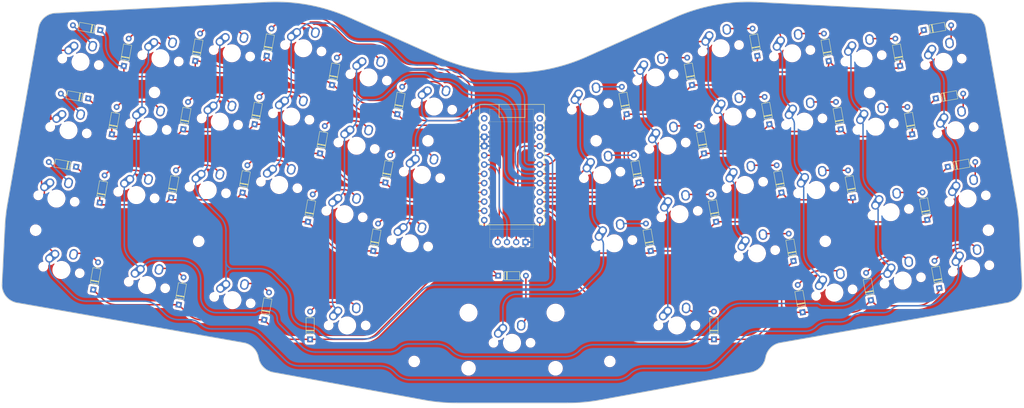
<source format=kicad_pcb>
(kicad_pcb (version 20221018) (generator pcbnew)
  (layers (0 "F.Cu" signal) (31 "B.Cu" signal) (34 "B.Paste" user) (35 "F.Paste" user) (36 "B.SilkS" user "B.Silkscreen") (37 "F.SilkS" user "F.Silkscreen") (38 "B.Mask" user) (39 "F.Mask" user) (44 "Edge.Cuts" user))
  (net 0 "")
  (net 1 "L1")
  (net 2 "Net-(D1-A)")
  (net 3 "Net-(D2-A)")
  (net 4 "Net-(D3-A)")
  (net 5 "Net-(D4-A)")
  (net 6 "Net-(D5-A)")
  (net 7 "Net-(D6-A)")
  (net 8 "L5")
  (net 9 "Net-(D7-A)")
  (net 10 "Net-(D8-A)")
  (net 11 "Net-(D9-A)")
  (net 12 "Net-(D10-A)")
  (net 13 "Net-(D11-A)")
  (net 14 "Net-(D12-A)")
  (net 15 "L2")
  (net 16 "Net-(D13-A)")
  (net 17 "Net-(D14-A)")
  (net 18 "Net-(D15-A)")
  (net 19 "Net-(D16-A)")
  (net 20 "Net-(D17-A)")
  (net 21 "Net-(D18-A)")
  (net 22 "L6")
  (net 23 "Net-(D19-A)")
  (net 24 "Net-(D20-A)")
  (net 25 "Net-(D21-A)")
  (net 26 "Net-(D22-A)")
  (net 27 "Net-(D23-A)")
  (net 28 "Net-(D24-A)")
  (net 29 "L3")
  (net 30 "Net-(D25-A)")
  (net 31 "Net-(D26-A)")
  (net 32 "Net-(D27-A)")
  (net 33 "Net-(D28-A)")
  (net 34 "Net-(D29-A)")
  (net 35 "Net-(D30-A)")
  (net 36 "L7")
  (net 37 "Net-(D31-A)")
  (net 38 "Net-(D32-A)")
  (net 39 "Net-(D33-A)")
  (net 40 "Net-(D34-A)")
  (net 41 "Net-(D35-A)")
  (net 42 "Net-(D36-A)")
  (net 43 "L4")
  (net 44 "Net-(D37-A)")
  (net 45 "Net-(D38-A)")
  (net 46 "Net-(D39-A)")
  (net 47 "Net-(D40-A)")
  (net 48 "L8")
  (net 49 "Net-(D41-A)")
  (net 50 "Net-(D42-A)")
  (net 51 "Net-(D43-A)")
  (net 52 "Net-(D44-A)")
  (net 53 "Net-(D45-A)")
  (net 54 "GND")
  (net 55 "VCC")
  (net 56 "SCL")
  (net 57 "SDA")
  (net 58 "C1")
  (net 59 "C2")
  (net 60 "C3")
  (net 61 "C4")
  (net 62 "C5")
  (net 63 "C6")
  (net 68 "Net-(D46-A)")
  (footprint "Diode_THT:D_DO-35_SOD27_P7.62mm_Horizontal" (layer "F.Cu") (at 324.1184 123.7741 100)
    (fp_text reference "D23" hide)
    (fp_text value "1N4148" hide)
  )
  (footprint "_mx:MX-Alps-Hybrid-1U" (layer "F.Cu") (at 137.444 101.5332 -10)
    (fp_text reference "MX3" hide)
    (fp_text value "MX" hide)
  )
  (footprint "Diode_THT:D_DO-35_SOD27_P7.62mm_Horizontal" (layer "F.Cu") (at 164.9233 110.2474 80)
    (fp_text reference "D5" hide)
    (fp_text value "1N4148" hide)
  )
  (footprint "Diode_THT:D_DO-35_SOD27_P7.62mm_Horizontal" (layer "F.Cu") (at 140.3737 139.7704 80)
    (fp_text reference "D28" hide)
    (fp_text value "1N4148" hide)
  )
  (footprint "Diode_THT:D_DO-35_SOD27_P7.62mm_Horizontal" (layer "F.Cu") (at 331.5614 165.9854 100)
    (fp_text reference "D45" hide)
    (fp_text value "1N4148" hide)
  )
  (footprint "_mx:MX-Alps-Hybrid-1.25U" (layer "F.Cu") (at 137.5914 169.2628 -10)
    (fp_text reference "MX39" hide)
    (fp_text value "MX" hide)
  )
  (footprint "PCM_marbastlib-xp-promicroish:ProMicro_USBup" (layer "F.Cu") (at 214.3125 133.35)
    (fp_text reference "U1" hide)
    (fp_text value "ProMicro" hide)
  )
  (footprint "_mx:MX-Alps-Hybrid-1U" (layer "F.Cu") (at 318.2115 145.1267 10)
    (fp_text reference "MX35" hide)
    (fp_text value "MX" hide)
  )
  (footprint "Diode_THT:D_DO-35_SOD27_P7.62mm_Horizontal" (layer "F.Cu") (at 281.6353 102.2492 100)
    (fp_text reference "D9" hide)
    (fp_text value "1N4148" hide)
  )
  (footprint "Diode_THT:D_DO-35_SOD27_P7.62mm_Horizontal" (layer "F.Cu") (at 312.8008 169.2934 100)
    (fp_text reference "D44" hide)
    (fp_text value "1N4148" hide)
  )
  (footprint "MountingHole:MountingHole_2.2mm_M2" (layer "F.Cu") (at 191.2409 125.5498)
    (fp_text reference "J106" hide)
    (fp_text value "Screw_Terminal_01x01" hide)
  )
  (footprint "Diode_THT:D_DO-35_SOD27_P7.62mm_Horizontal" (layer "F.Cu") (at 304.5308 122.3919 100)
    (fp_text reference "D22" hide)
    (fp_text value "1N4148" hide)
  )
  (footprint "_mx:MX-Alps-Hybrid-1U" (layer "F.Cu") (at 117.8565 102.9154 -10)
    (fp_text reference "MX2" hide)
    (fp_text value "MX" hide)
  )
  (footprint "_mx:MX-Alps-Hybrid-1U" (layer "F.Cu") (at 321.5195 163.8873 10)
    (fp_text reference "MX44" hide)
    (fp_text value "MX" hide)
  )
  (footprint "_mx:MX-Alps-Hybrid-1U" (layer "F.Cu") (at 186.2828 153.6686 -10)
    (fp_text reference "MX30" hide)
    (fp_text value "MX" hide)
  )
  (footprint "Diode_THT:D_DO-35_SOD27_P7.62mm_Horizontal" (layer "F.Cu") (at 301.2228 103.6314 100)
    (fp_text reference "D10" hide)
    (fp_text value "1N4148" hide)
  )
  (footprint "_mx:MX-Alps-Hybrid-1U" (layer "F.Cu") (at 297.7969 139.0544 10)
    (fp_text reference "MX34" hide)
    (fp_text value "MX" hide)
  )
  (footprint "MountingHole:MountingHole_2.2mm_M2" (layer "F.Cu") (at 300.2779 153.1249)
    (fp_text reference "J108" hide)
    (fp_text value "Screw_Terminal_01x01" hide)
  )
  (footprint "_mx:MX-Alps-Hybrid-1.25U" (layer "F.Cu") (at 90.69 160.9928 -10)
    (fp_text reference "MX37" hide)
    (fp_text value "MX" hide)
  )
  (footprint "Diode_THT:D_DO-35_SOD27_P7.62mm_Horizontal" (layer "F.Cu") (at 270.3177 147.7685 100)
    (fp_text reference "D32" hide)
    (fp_text value "1N4148" hide)
  )
  (footprint "Diode_THT:D_DO-35_SOD27_P7.62mm_Horizontal" (layer "F.Cu") (at 107.8146 105.0135 80)
    (fp_text reference "D2" hide)
    (fp_text value "1N4148" hide)
  )
  (footprint "Diode_THT:D_DO-35_SOD27_P7.62mm_Horizontal" (layer "F.Cu") (at 101.3299 95.1653 170)
    (fp_text reference "D1" hide)
    (fp_text value "1N4148" hide)
  )
  (footprint "MountingHole:MountingHole_2.2mm_M2" (layer "F.Cu") (at 116.2064 112.2735)
    (fp_text reference "J101" hide)
    (fp_text value "Screw_Terminal_01x01" hide)
  )
  (footprint "Diode_THT:D_DO-35_SOD27_P7.62mm_Horizontal" (layer "F.Cu") (at 127.4022 103.6314 80)
    (fp_text reference "D3" hide)
    (fp_text value "1N4148" hide)
  )
  (footprint "_mx:MX-Alps-Hybrid-1U" (layer "F.Cu") (at 111.2405 140.4366 -10)
    (fp_text reference "MX26" hide)
    (fp_text value "MX" hide)
  )
  (footprint "Diode_THT:D_DO-35_SOD27_P7.62mm_Horizontal" (layer "F.Cu") (at 98.0219 113.9259 170)
    (fp_text reference "D13" hide)
    (fp_text value "1N4148" hide)
  )
  (footprint "_mx:MX-Alps-Hybrid-1U" (layer "F.Cu") (at 278.2094 137.6723 10)
    (fp_text reference "MX33" hide)
    (fp_text value "MX" hide)
  )
  (footprint "_mx:MX-Alps-Hybrid-1.25U" (layer "F.Cu") (at 339.3172 141.4052 10)
    (fp_text reference "MX36" hide)
    (fp_text value "MX" hide)
  )
  (footprint "_mx:MX-Alps-Hybrid-1U" (layer "F.Cu") (at 153.7236 118.9117 -10)
    (fp_text reference "MX16" hide)
    (fp_text value "MX" hide)
  )
  (footprint "_mx:MX-Alps-Hybrid-1.25U" (layer "F.Cu") (at 92.6158 122.6446 -10)
    (fp_text reference "MX13" hide)
    (fp_text value "MX" hide)
  )
  (footprint "_mx:MX-Alps-Hybrid-1U" (layer "F.Cu") (at 235.7262 116.1474 10)
    (fp_text reference "MX7" hide)
    (fp_text value "MX" hide)
  )
  (footprint "_mx:MX-Alps-Hybrid-1.25U" (layer "F.Cu") (at 332.7012 103.884 10)
    (fp_text reference "MX12" hide)
    (fp_text value "MX" hide)
  )
  (footprint "_mx:MX-Alps-Hybrid-1U" (layer "F.Cu") (at 134.1361 120.2938 -10)
    (fp_text reference "MX15" hide)
    (fp_text value "MX" hide)
  )
  (footprint "_mx:MX-Alps-Hybrid-1U" (layer "F.Cu") (at 310.7685 102.9154 10)
    (fp_text reference "MX11" hide)
    (fp_text value "MX" hide)
  )
  (footprint "_mx:MX-Alps-Hybrid-1.25U" (layer "F.Cu") (at 336.0092 122.6446 10)
    (fp_text reference "MX24" hide)
    (fp_text value "MX" hide)
  )
  (footprint "_mx:MX-Alps-Hybrid-1.25U" (layer "F.Cu") (at 169.0688 176.2125)
    (fp_text reference "MX40" hide)
    (fp_text value "MX" hide)
  )
  (footprint "Diode_THT:D_DO-35_SOD27_P7.62mm_Horizontal" (layer "F.Cu") (at 158.3073 147.7685 80)
    (fp_text reference "D29" hide)
    (fp_text value "1N4148" hide)
  )
  (footprint "MountingHole:MountingHole_2.2mm_M2" (layer "F.Cu") (at 241.1534 186.0937)
    (fp_text reference "J105" hide)
    (fp_text value "Screw_Terminal_01x01" hide)
  )
  (footprint "Diode_THT:D_DO-35_SOD27_P7.62mm_Horizontal" (layer "F.Cu") (at 182.8569 118.2455 80)
    (fp_text reference "D6" hide)
    (fp_text value "1N4148" hide)
  )
  (footprint "MountingHole:MountingHole_2.2mm_M2" (layer "F.Cu") (at 83.5976 150.0703)
    (fp_text reference "J102" hide)
    (fp_text value "Screw_Terminal_01x01" hide)
  )
  (footprint "MountingHole:MountingHole_2.2mm_M2" (layer "F.Cu") (at 345.0274 150.0703)
    (fp_text reference "J104" hide)
    (fp_text value "Screw_Terminal_01x01" hide)
  )
  (footprint "_mx:MX-Alps-Hybrid-1.25U" (layer "F.Cu") (at 95.9238 103.884 -10)
    (fp_text reference "MX1" hide)
    (fp_text value "MX" hide)
  )
  (footprint "Diode_THT:D_DO-35_SOD27_P7.62mm_Horizontal" (layer "F.Cu") (at 94.7139 132.6865 170)
    (fp_text reference "D25" hide)
    (fp_text value "1N4148" hide)
  )
  (footprint "MountingHole:MountingHole_2.2mm_M2" (layer "F.Cu") (at 128.3471 153.1249)
    (fp_text reference "J107" hide)
    (fp_text value "Screw_Terminal_01x01" hide)
  )
  (footprint "_OLED:SSD1306-0.91-OLED-4pin-128x32" (layer "F.Cu") (at 220.1975 116.8462 -90)
    (fp_text reference "J1" hide)
    (fp_text value "Conn_01x04_Socket" hide)
  )
  (footprint "Diode_THT:D_DO-35_SOD27_P7.62mm_Horizontal" (layer "F.Cu") (at 104.5066 123.7741 80)
    (fp_text reference "D14" hide)
    (fp_text value "1N4148" hide)
  )
  (footprint "_mx:MX-Alps-Hybrid-1U" (layer "F.Cu") (at 256.9678 126.9098 10)
    (fp_text reference "MX20" hide)
    (fp_text value "MX" hide)
  )
  (footprint "_mx:MX-Alps-Hybrid-1U" (layer "F.Cu") (at 340.2801 160.5793 10)
    (fp_text reference "MX45" hide)
    (fp_text value "MX" hide)
  )
  (footprint "MountingHole:MountingHole_2.2mm_M2" (layer "F.Cu") (at 187.4716 186.0937)
    (fp_text reference "J110" hide)
    (fp_text value "Screw_Terminal_01x01" hide)
  )
  (footprint "_mx:MX-Alps-Hybrid-1U" (layer "F.Cu") (at 174.9652 108.1492 -10)
    (fp_text reference "MX5" hide)
    (fp_text value "MX" hide)
  )
  (footprint "Diode_THT:D_DO-35_SOD27_P7.62mm_Horizontal" (layer "F.Cu") (at 307.8388 141.1525 100)
    (fp_text reference "D34" hide)
    (fp_text value "1N4148" hide)
  )
  (footprint "Diode_THT:D_DO-35_SOD27_P7.62mm_Horizontal" (layer "F.Cu") (at 99.4087 166.3989 80)
    (fp_text reference "D37" hide)
    (fp_text value "1N4148" hide)
  )
  (footprint "_mx:MX-Alps-Hybrid-1U" (layer "F.Cu") (at 291.181 101.5332 10)
    (fp_text reference "MX10" hide)
    (fp_text value "MX" hide)
  )
  (footprint "_mx:MX-Alps-Hybrid-1U" (layer "F.Cu") (at 157.0316 100.1511 -10)
    (fp_text reference "MX4" hide)
    (fp_text value "MX" hide)
  )
  (footprint "_mx:MX-Alps-Hybrid-1U" (layer "F.Cu") (at 239.0342 134.908 10)
    (fp_text reference "MX19" hide)
    (fp_text value "MX" hide)
  )
  (footprint "Diode_THT:D_DO-35_SOD27_P7.62mm_Horizontal" (layer "F.Cu") (at 291.5593 158.531 100)
    (fp_text reference "D46" hide)
    (fp_text value "1N4148" hide)
  )
  (footprint "_mx:MX-Alps-Hybrid-1U" (layer "F.Cu") (at 314.0765 121.676 10)
    (fp_text reference "MX23" hide)
    (fp_text value "MX" hide)
  )
  (footprint "Diode_THT:D_DO-35_SOD27_P7.62mm_Horizontal" (layer "F.Cu") (at 267.0097 129.0079 100)
    (fp_text reference "D20" hide)
    (fp_text value "1N4148" hide)
  )
  (footprint "Diode_THT:D_DO-35_SOD27_P7.62mm_Horizontal" (layer "F.Cu") (at 249.0761 137.0061 100)
    (fp_text reference "D19" hide)
    (fp_text value "1N4148" hide)
  )
  (footprint "_mx:MX-Alps-Hybrid-1U" (layer "F.Cu") (at 242.3422 153.6686 10)
    (fp_text reference "MX31" hide)
    (fp_text value "MX" hide)
  )
  (footprint "Diode_THT:D_DO-35_SOD27_P7.62mm_Horizontal" (layer "F.Cu") (at 333.9111 132.6865 10)
    (fp_text reference "D36" hide)
    (fp_text value "1N4148" hide)
  )
  (footprint "Diode_THT:D_DO-35_SOD27_P7.62mm_Horizontal" (layer "F.Cu") (at 252.3841 155.7667 100)
    (fp_text reference "D31" hide)
    (fp_text value "1N4148" hide)
  )
  (footprint "Diode_THT:D_DO-35_SOD27_P7.62mm_Horizontal" (layer "F.Cu") (at 320.8104 105.0135 100)
    (fp_text reference "D11" hide)
    (fp_text value "1N4148" hide)
  )
  (footprint "Diode_THT:D_DO-35_SOD27_P7.62mm_Horizontal" (layer "F.Cu") (at 122.8594 170.5339 80)
    (fp_text reference "D38" hide)
    (fp_text value "1N4148" hide)
  )
  (footprint "MountingHole:MountingHole_2.2mm_M2" (layer "F.Cu") (at 312.4264 112.3178)
    (fp_text reference "J109" hide)
    (fp_text value "Screw_Terminal_01x01" hide)
  )
  (footprint "Diode_THT:D_DO-35_SOD27_P7.62mm_Horizontal" (layer "F.Cu") (at 327.2951 95.1653 10)
    (fp_text reference "D12" hide)
    (fp_text value "1N4148" hide)
  )
  (footprint "_mx:MX-Alps-Hybrid-1U" (layer "F.Cu") (at 271.5934 100.1511 10)
    (fp_text reference "MX9" hide)
    (fp_text value "MX" hide)
  )
  (footprint "Diode_THT:D_DO-35_SOD27_P7.62mm_Horizontal" (layer "F.Cu") (at 124.0942 122.3919 80)
    (fp_text reference "D15" hide)
    (fp_text value "1N4148" hide)
  )
  (footprint "_mx:MX-Alps-Hybrid-1U" (layer "F.Cu") (at 281.5174 156.4329 10)
    (fp_text reference "MX46" hide)
    (fp_text value "MX" hide)
  )
  (footprint "_mx:MX-Alps-Hybrid-1U" (layer "F.Cu") (at 189.5908 134.908 -10)
    (fp_text reference "MX18" hide)
    (fp_text value "MX" hide)
  )
  (footprint "Diode_THT:D_DO-35_SOD27_P7.62mm_Horizontal" (layer "F.Cu") (at 284.9433 121.0098 100)
    (fp_text reference "D21" hide)
    (fp_text value "1N4148" hide)
  )
  (footprint "_mx:MX-Alps-Hybrid-1U" (layer "F.Cu") (at 260.2758 145.6704 10)
    (fp_text reference "MX32" hide)
    (fp_text value "MX" hide)
  )
  (footprint "_mx:MX-Alps-Hybrid-1U" (layer "F.Cu") (at 274.9014 118.9117 10)
    (fp_text reference "MX21" hide)
    (fp_text value "MX" hide)
  )
  (footprint "Diode_THT:D_DO-35_SOD27_P7.62mm_Horizontal" (layer "F.Cu") (at 330.6031 113.9259 10)
    (fp_text reference "D24" hide)
    (fp_text value "1N4148" hide)
  )
  (footprint "Diode_THT:D_DO-35_SOD27_P7.62mm_Horizontal" (layer "F.Cu") (at 146.3101 174.6689 80)
    (fp_text reference "D39" hide)
    (fp_text value "1N4148" hide)
  )
  (footprint "Diode_THT:D_DO-35_SOD27_P7.62mm_Horizontal" (layer "F.Cu") (at 294.0403 172.6014 100)
    (fp_text reference "D43" hide)
    (fp_text value "1N4148" hide)
  )
  (footprint "_mx:MX-Alps-Hybrid-1U" (layer "F.Cu") (at 150.4156 137.6723 -10)
    (fp_text reference "MX28" hide)
    (fp_text value "MX" hide)
  )
  (footprint "MountingHole:MountingHole_2.2mm_M2" (layer "F.Cu") (at 237.3841 125.5498)
    (fp_text reference "J103" hide)
    (fp_text value "Screw_Terminal_01x01" hide)
  )
  (footprint "Diode_THT:D_DO-35_SOD27_P7.62mm_Horizontal" (layer "F.Cu") (at 161.6153 129.0079 80)
    (fp_text reference "D17" hide)
    (fp_text value "1N4148" hide)
  )
  (footprint "Diode_THT:D_DO-35_SOD27_P7.62mm_Horizontal" (layer "F.Cu") (at 179.5489 137.0061 80)
    (fp_text reference "D18" hide)
    (fp_text value "1N4148" hide)
  )
  (footprint "Diode_THT:D_DO-35_SOD27_P7.62mm_Horizontal" (layer "F.Cu") (at 143.6817 121.0098 80)
    (fp_text reference "D16" hide)
    (fp_text value "1N4148" hide)
  )
  (footprint "Diode_THT:D_DO-35_SOD27_P7.62mm_Horizontal" (layer "F.Cu") (at 101.1986 142.5347 80)
    (fp_text reference "D26" hide)
    (fp_text value "1N4148" hide)
  )
  (footprint "Diode_THT:D_DO-35_SOD27_P7.62mm_Horizontal" (layer "F.Cu") (at 245.7681 118.2455 100)
    (fp_text reference "D7" hide)
    (fp_text value "1N4148" hide)
  )
  (footprint "Diode_THT:D_DO-35_SOD27_P7.62mm_Horizontal" (layer "F.Cu") (at 120.7862 141.1525 80)
    (fp_text reference "D27" hide)
    (fp_text value "1N4148" hide)
  )
  (footprint "_mx:MX-Alps-Hybrid-1U" (layer "F.Cu") (at 192.8988 116.1474 -10)
    (fp_text reference "MX6" hide)
    (fp_text value "MX" hide)
  )
  (footprint "Diode_THT:D_DO-35_SOD27_P7.62mm_Horizontal" (layer "F.Cu") (at 158.9125 180.0225 90)
    (fp_text reference "D40" hide)
    (fp_text value "1N4148" hide)
  )
  (footprint "_mx:MX-Alps-Hybrid-1U" (layer "F.Cu") (at 168.3492 145.6704 -10)
    (fp_text reference "MX29" hide)
    (fp_text value "MX" hide)
  )
  (footprint "_mx:MX-Alps-Hybrid-1U" (layer "F.Cu") (at 171.6572 126.9098 -10)
    (fp_text reference "MX17" hide)
    (fp_text value "MX" hide)
  )
  (footprint "_mx:MX-Alps-Hybrid-2.75U-ReversedStabilizers" (layer "F.Cu") (at 214.3125 180.975)
    (fp_text reference "MX41")
    (fp_text value "MX")
  )
  (footprint "_mx:MX-Alps-Hybrid-1U" (layer "F.Cu") (at 302.7589 167.1953 10)
    (fp_text reference "MX43" hide)
    (fp_text value "MX" hide)
  )
  (footprint "_mx:MX-Alps-Hybrid-1.25U" (layer "F.Cu") (at 114.1407 165.1278 -10)
    (fp_text reference "MX38" hide)
    (fp_text value "MX" hide)
  )
  (footprint "Diode_THT:D_DO-35_SOD27_P7.62mm_Horizontal" (layer "F.Cu") (at 269.7125 180.0225 90)
    (fp_text reference "D42" hide)
    (fp_text value "1N4148" hide)
  )
  (footprint "Diode_THT:D_DO-35_SOD27_P7.62mm_Horizontal" (layer "F.Cu") (at 210.5025 162.56)
    (fp_text reference "D41" hide)
    (fp_text value "1N4148" hide)
  )
  (footprint "Diode_THT:D_DO-35_SOD27_P7.62mm_Horizontal" (layer "F.Cu") (at 176.2409 155.7667 80)
    (fp_text reference "D30" hide)
    (fp_text value "1N4148" hide)
  )
  (footprint "_mx:MX-Alps-Hybrid-1U" (layer "F.Cu") (at 253.6598 108.1492 10)
    (fp_text reference "MX8" hide)
    (fp_text value "MX" hide)
  )
  (footprint "_mx:MX-Alps-Hybrid-1.25U" (layer "F.Cu") (at 259.5563 176.2125)
    (fp_text reference "MX42" hide)
    (fp_text value "MX" hide)
  )
  (footprint "Diode_THT:D_DO-35_SOD27_P7.62mm_Horizontal" (layer "F.Cu") (at 328.2534 147.2248 100)
    (fp_text reference "D35" hide)
    (fp_text value "1N4148" hide)
  )
  (footprint "_mx:MX-Alps-Hybrid-1U" (layer "F.Cu") (at 114.5485 121.676 -10)
    (fp_text reference "MX14" hide)
    (fp_text value "MX" hide)
  )
  (footprint "_mx:MX-Alps-Hybrid-1U" (layer "F.Cu") (at 130.8281 139.0544 -10)
    (fp_text reference "MX27" hide)
    (fp_text value "MX" hide)
  )
  (footprint "_mx:MX-Alps-Hybrid-1U" (layer "F.Cu") (at 294.4889 120.2938 10)
    (fp_text reference "MX22" hide)
    (fp_text value "MX" hide)
  )
  (footprint "Diode_THT:D_DO-35_SOD27_P7.62mm_Horizontal" (layer "F.Cu") (at 263.7017 110.2474 100)
    (fp_text reference "D8" hide)
    (fp_text value "1N4148" hide)
  )
  (footprint "Diode_THT:D_DO-35_SOD27_P7.62mm_Horizontal" (layer "F.Cu") (at 288.2513 139.7704 100)
    (fp_text reference "D33" hide)
    (fp_text value "1N4148" hide)
  )
  (footprint "_mx:MX-Alps-Hybrid-1.25U" (layer "F.Cu") (at 89.3078 141.4052 -10)
    (fp_text reference "MX25" hide)
    (fp_text value "MX" hide)
  )
  (footprint "Diode_THT:D_DO-35_SOD27_P7.62mm_Horizontal" (layer "F.Cu") (at 146.9897 102.2492 80)
    (fp_text reference "D4" hide)
    (fp_text value "1N4148" hide)
  )
  (gr_line (start 148.764631 189.085379) (end 190.082006 196.676822) (stroke (width 0.2)) (layer "Edge.Cuts"))
  (gr_line (start 234.678222 102.509236) (end 258.830535 91.737622) (stroke (width 0.2)) (layer "Edge.Cuts"))
  (gr_line (start 279.860369 189.085379) (end 238.542994 196.676822) (stroke (width 0.2)) (layer "Edge.Cuts"))
  (gr_arc (start 75.147699 149.056257) (mid 75.400028 145.958142) (end 75.844379 142.881692) (stroke (width 0.2)) (layer "Edge.Cuts"))
  (gr_line (start 89.019671 90.48464) (end 146.824583 87.469884) (stroke (width 0.2)) (layer "Edge.Cuts"))
  (gr_arc (start 258.830535 91.737622) (mid 270.062711 88.243315) (end 281.800417 87.469884) (stroke (width 0.2)) (layer "Edge.Cuts"))
  (gr_arc (start 352.780621 142.881692) (mid 353.224973 145.958141) (end 353.477301 149.056257) (stroke (width 0.2)) (layer "Edge.Cuts"))
  (gr_line (start 199.117504 197.5) (end 229.507496 197.5) (stroke (width 0.2)) (layer "Edge.Cuts"))
  (gr_line (start 339.605329 90.48464) (end 281.800417 87.469884) (stroke (width 0.2)) (layer "Edge.Cuts"))
  (gr_line (start 193.946778 102.509236) (end 169.794465 91.737622) (stroke (width 0.2)) (layer "Edge.Cuts"))
  (gr_line (start 344.268951 94.609613) (end 352.780621 142.881692) (stroke (width 0.2)) (layer "Edge.Cuts"))
  (gr_arc (start 199.117504 197.5) (mid 194.581045 197.29378) (end 190.082006 196.676822) (stroke (width 0.2)) (layer "Edge.Cuts"))
  (gr_arc (start 283.881001 185.035123) (mid 285.269341 182.36728) (end 287.936943 180.978511) (stroke (width 0.2)) (layer "Edge.Cuts"))
  (gr_arc (start 238.542994 196.676822) (mid 234.043955 197.293779) (end 229.507496 197.5) (stroke (width 0.2)) (layer "Edge.Cuts"))
  (gr_arc (start 148.764631 189.085379) (mid 146.119694 187.69023) (end 144.743999 185.035123) (stroke (width 0.2)) (layer "Edge.Cuts"))
  (gr_line (start 350.144238 170.009687) (end 287.936943 180.978511) (stroke (width 0.2)) (layer "Edge.Cuts"))
  (gr_arc (start 234.678222 102.509236) (mid 214.3125 106.844836) (end 193.946778 102.509236) (stroke (width 0.2)) (layer "Edge.Cuts"))
  (gr_line (start 353.477301 149.056257) (end 354.269704 164.834863) (stroke (width 0.2)) (layer "Edge.Cuts"))
  (gr_line (start 78.480762 170.009687) (end 140.688057 180.978511) (stroke (width 0.2)) (layer "Edge.Cuts"))
  (gr_arc (start 78.480762 170.009687) (mid 75.43936 168.202488) (end 74.355296 164.834863) (stroke (width 0.2)) (layer "Edge.Cuts"))
  (gr_line (start 84.356049 94.609613) (end 75.844379 142.881692) (stroke (width 0.2)) (layer "Edge.Cuts"))
  (gr_arc (start 354.269704 164.834863) (mid 353.185621 168.20246) (end 350.144238 170.009687) (stroke (width 0.2)) (layer "Edge.Cuts"))
  (gr_arc (start 283.881001 185.035123) (mid 282.505309 187.690237) (end 279.860369 189.085379) (stroke (width 0.2)) (layer "Edge.Cuts"))
  (gr_arc (start 146.824583 87.469884) (mid 158.56229 88.243315) (end 169.794465 91.737622) (stroke (width 0.2)) (layer "Edge.Cuts"))
  (gr_line (start 75.147699 149.056257) (end 74.355296 164.834863) (stroke (width 0.2)) (layer "Edge.Cuts"))
  (gr_arc (start 140.688057 180.978511) (mid 143.355643 182.367308) (end 144.743999 185.035123) (stroke (width 0.2)) (layer "Edge.Cuts"))
  (gr_arc (start 339.605329 90.48464) (mid 342.657545 91.732656) (end 344.268951 94.609613) (stroke (width 0.2)) (layer "Edge.Cuts"))
  (gr_arc (start 84.356049 94.609613) (mid 85.967461 91.732656) (end 89.019671 90.48464) (stroke (width 0.2)) (layer "Edge.Cuts"))
  (segment (start 130.486207 105.319007) (end 129.292301 104.125101) (width 0.4) (layer "F.Cu") (net 1))
  (segment (start 125.631588 107.95) (end 109.129755 107.95) (width 0.4) (layer "F.Cu") (net 1))
  (segment (start 204.94625 139.7) (end 206.6925 139.7) (width 0.4) (layer "F.Cu") (net 1))
  (segment (start 200.66 123.453025) (end 200.66 135.363948) (width 0.4) (layer "F.Cu") (net 1))
  (segment (start 163.103518 109.22) (end 155.923963 109.22) (width 0.4) (layer "F.Cu") (net 1))
  (segment (start 127.4022 106.179388) (end 127.4022 104.3296) (width 0.4) (layer "F.Cu") (net 1))
  (segment (start 201.965214 138.465214) (end 201.93 138.43) (width 0.4) (layer "F.Cu") (net 1))
  (segment (start 140.621036 106.9128) (end 134.333963 106.9128) (width 0.4) (layer "F.Cu") (net 1))
  (segment (start 184.37665 119.76525) (end 182.8569 118.2455) (width 0.4) (layer "F.Cu") (net 1))
  (segment (start 181.99525 117.86025) (end 182.3805 118.2455) (width 0.4) (layer "F.Cu") (net 1))
  (segment (start 198.491974 121.285) (end 188.045651 121.285) (width 0.4) (layer "F.Cu") (net 1))
  (segment (start 152.076207 107.626207) (end 146.9897 102.5397) (width 0.4) (layer "F.Cu") (net 1))
  (segment (start 170.990707 115.881207) (end 165.3569 110.2474) (width 0.4) (layer "F.Cu") (net 1))
  (segment (start 107.8146 106.634844) (end 107.8146 105.0135) (width 0.4) (layer "F.Cu") (net 1))
  (segment (start 164.3437 109.7337) (end 164.8574 110.2474) (width 0.4) (layer "F.Cu") (net 1))
  (segment (start 174.838463 117.475) (end 181.065174 117.475) (width 0.4) (layer "F.Cu") (net 1))
  (segment (start 144.468792 105.319007) (end 146.9897 102.7981) (width 0.4) (layer "F.Cu") (net 1))
  (arc (start 107.8146 106.634844) (mid 107.91471 107.138132) (end 108.1998 107.5648) (width 0.4) (layer "F.Cu") (net 1))
  (arc (start 184.37665 119.76525) (mid 186.060001 120.890029) (end 188.045651 121.285) (width 0.4) (layer "F.Cu") (net 1))
  (arc (start 174.838463 117.475) (mid 172.756072 117.060786) (end 170.990707 115.881207) (width 0.4) (layer "F.Cu") (net 1))
  (arc (start 204.94625 139.7) (mid 203.332925 139.379089) (end 201.965214 138.465214) (width 0.4) (layer "F.Cu") (net 1))
  (arc (start 125.631588 107.95) (mid 126.309172 107.81522) (end 126.8836 107.4314) (width 0.4) (layer "F.Cu") (net 1))
  (arc (start 144.468792 105.319007) (mid 142.703426 106.498586) (end 140.621036 106.9128) (width 0.4) (layer "F.Cu") (net 1))
  (arc (start 201.93 138.43) (mid 200.990062 137.023283) (end 200.66 135.363948) (width 0.4) (layer "F.Cu") (net 1))
  (arc (start 200.025 121.92) (mid 200.494968 122.623357) (end 200.66 123.453025) (width 0.4) (layer "F.Cu") (net 1))
  (arc (start 163.103518 109.22) (mid 163.774699 109.353506) (end 164.3437 109.7337) (width 0.4) (layer "F.Cu") (net 1))
  (arc (start 155.923963 109.22) (mid 153.841572 108.805786) (end 152.076207 107.626207) (width 0.4) (layer "F.Cu") (net 1))
  (arc (start 181.065174 117.475) (mid 181.568527 117.575123) (end 181.99525 117.86025) (width 0.4) (layer "F.Cu") (net 1))
  (arc (start 109.129755 107.95) (mid 108.626466 107.849889) (end 108.1998 107.5648) (width 0.4) (layer "F.Cu") (net 1))
  (arc (start 200.025 121.92) (mid 199.321641 121.450031) (end 198.491974 121.285) (width 0.4) (layer "F.Cu") (net 1))
  (arc (start 134.333963 106.9128) (mid 132.251572 106.498586) (end 130.486207 105.319007) (width 0.4) (layer "F.Cu") (net 1))
  (arc (start 128.1004 103.6314) (mid 127.606698 103.835898) (end 127.4022 104.3296) (width 0.4) (layer "F.Cu") (net 1))
  (arc (start 128.1004 103.6314) (mid 128.745452 103.759708) (end 129.292301 104.125101) (width 0.4) (layer "F.Cu") (net 1))
  (arc (start 127.4022 106.179388) (mid 127.26742 106.856972) (end 126.8836 107.4314) (width 0.4) (layer "F.Cu") (net 1))
  (segment (start 102.87 99.346036) (end 102.87 97.794415) (width 0.4) (layer "B.Cu") (net 1))
  (segment (start 102.09995 95.93535) (end 101.3299 95.1653) (width 0.4) (layer "B.Cu") (net 1))
  (segment (start 107.04905 105.0135) (end 107.8146 105.0135) (width 0.4) (layer "B.Cu") (net 1))
  (segment (start 105.742174 104.472174) (end 104.463792 103.193792) (width 0.4) (layer "B.Cu") (net 1))
  (arc (start 102.87 97.794415) (mid 102.66987 96.788296) (end 102.09995 95.93535) (width 0.4) (layer "B.Cu") (net 1))
  (arc (start 105.742174 104.472174) (mid 106.341773 104.872813) (end 107.04905 105.0135) (width 0.4) (layer "B.Cu") (net 1))
  (arc (start 102.87 99.346036) (mid 103.284213 101.428426) (end 104.463792 103.193792) (width 0.4) (layer "B.Cu") (net 1))
  (segment (start 99.307344 99.322243) (end 93.827202 93.842101) (width 0.4) (layer "B.Cu") (net 2))
  (segment (start 117.379403 96.092132) (end 111.556996 96.092132) (width 0.4) (layer "F.Cu") (net 3))
  (segment (start 109.846365 96.800698) (end 109.137799 97.509265) (width 0.4) (layer "F.Cu") (net 3))
  (segment (start 120.109288 97.222887) (end 121.240044 98.353643) (width 0.4) (layer "F.Cu") (net 3))
  (arc (start 117.379403 96.092132) (mid 118.856806 96.386005) (end 120.109288 97.222887) (width 0.4) (layer "F.Cu") (net 3))
  (arc (start 111.556996 96.092132) (mid 110.631209 96.276282) (end 109.846365 96.800698) (width 0.4) (layer "F.Cu") (net 3))
  (segment (start 139.696788 95.840687) (end 140.827544 96.971443) (width 0.4) (layer "F.Cu") (net 4))
  (segment (start 131.144767 94.709932) (end 136.966903 94.709932) (width 0.4) (layer "F.Cu") (net 4))
  (segment (start 129.434015 95.418548) (end 128.725399 96.127165) (width 0.4) (layer "F.Cu") (net 4))
  (arc (start 129.434015 95.418548) (mid 130.218914 94.894095) (end 131.144767 94.709932) (width 0.4) (layer "F.Cu") (net 4))
  (arc (start 139.696788 95.840687) (mid 138.444306 95.003805) (end 136.966903 94.709932) (width 0.4) (layer "F.Cu") (net 4))
  (segment (start 149.021465 94.036398) (end 148.312899 94.744965) (width 0.4) (layer "F.Cu") (net 5))
  (segment (start 159.284388 94.458587) (end 160.415144 95.589343) (width 0.4) (layer "F.Cu") (net 5))
  (segment (start 150.732096 93.327832) (end 156.554503 93.327832) (width 0.4) (layer "F.Cu") (net 5))
  (arc (start 149.021465 94.036398) (mid 149.806309 93.511982) (end 150.732096 93.327832) (width 0.4) (layer "F.Cu") (net 5))
  (arc (start 159.284388 94.458587) (mid 158.031906 93.621705) (end 156.554503 93.327832) (width 0.4) (layer "F.Cu") (net 5))
  (segment (start 166.905157 102.084507) (end 166.246499 102.743165) (width 0.4) (layer "F.Cu") (net 6))
  (segment (start 177.267947 102.506646) (end 178.348744 103.587443) (width 0.4) (layer "F.Cu") (net 6))
  (segment (start 168.495298 101.425849) (end 174.658672 101.425849) (width 0.4) (layer "F.Cu") (net 6))
  (arc (start 166.905157 102.084507) (mid 167.634719 101.597028) (end 168.495298 101.425849) (width 0.4) (layer "F.Cu") (net 6))
  (arc (start 177.267947 102.506646) (mid 176.070801 101.706738) (end 174.658672 101.425849) (width 0.4) (layer "F.Cu") (net 6))
  (segment (start 195.151588 110.454887) (end 196.282344 111.585643) (width 0.4) (layer "F.Cu") (net 7))
  (segment (start 186.599296 109.324132) (end 192.421703 109.324132) (width 0.4) (layer "F.Cu") (net 7))
  (segment (start 184.888665 110.032698) (end 184.180099 110.741265) (width 0.4) (layer "F.Cu") (net 7))
  (arc (start 195.151588 110.454887) (mid 193.899106 109.618005) (end 192.421703 109.324132) (width 0.4) (layer "F.Cu") (net 7))
  (arc (start 186.599296 109.324132) (mid 185.673509 109.508282) (end 184.888665 110.032698) (width 0.4) (layer "F.Cu") (net 7))
  (segment (start 263.7017 110.2474) (end 273.604236 110.2474) (width 0.4) (layer "F.Cu") (net 8))
  (segment (start 246.38 133.6675) (end 246.38 132.978025) (width 0.4) (layer "F.Cu") (net 8))
  (segment (start 280.850022 105.255577) (end 277.451992 108.653607) (width 0.4) (layer "F.Cu") (net 8))
  (segment (start 300.471399 105.928599) (end 300.676277 105.723722) (width 0.4) (layer "F.Cu") (net 8))
  (segment (start 281.6353 103.35975) (end 281.6353 102.2492) (width 0.4) (layer "F.Cu") (net 8))
  (segment (start 253.449636 118.2455) (end 245.7681 118.2455) (width 0.4) (layer "F.Cu") (net 8))
  (segment (start 282.420577 105.255577) (end 282.74015 105.57515) (width 0.4) (layer "F.Cu") (net 8))
  (segment (start 319.793305 105.6093) (end 304.599286 105.6093) (width 0.4) (layer "F.Cu") (net 8))
  (segment (start 301.769322 104.177922) (end 302.21175 104.62035) (width 0.4) (layer "F.Cu") (net 8))
  (segment (start 320.8104 104.592205) (end 320.8104 103.33175) (width 0.4) (layer "F.Cu") (net 8))
  (segment (start 239.681036 139.7) (end 221.9325 139.7) (width 0.4) (layer "F.Cu") (net 8))
  (segment (start 257.297392 116.651707) (end 263.7017 110.2474) (width 0.4) (layer "F.Cu") (net 8))
  (segment (start 243.528792 138.106206) (end 245.257467 136.377532) (width 0.4) (layer "F.Cu") (net 8))
  (segment (start 245.35975 118.49525) (end 245.6095 118.2455) (width 0.4) (layer "F.Cu") (net 8))
  (segment (start 245.11 119.098199) (end 245.11 129.911974) (width 0.4) (layer "F.Cu") (net 8))
  (segment (start 285.407493 106.68) (end 298.657359 106.68) (width 0.4) (layer "F.Cu") (net 8))
  (segment (start 321.999576 100.460823) (end 327.2951 95.1653) (width 0.4) (layer "F.Cu") (net 8))
  (arc (start 281.6353 103.35975) (mid 281.431212 104.385764) (end 280.850022 105.255577) (width 0.4) (layer "F.Cu") (net 8))
  (arc (start 304.599286 105.6093) (mid 303.30716 105.35228) (end 302.21175 104.62035) (width 0.4) (layer "F.Cu") (net 8))
  (arc (start 257.297392 116.651707) (mid 255.532026 117.831286) (end 253.449636 118.2455) (width 0.4) (layer "F.Cu") (net 8))
  (arc (start 320.8104 104.592205) (mid 320.732978 104.98143) (end 320.5125 105.3114) (width 0.4) (layer "F.Cu") (net 8))
  (arc (start 281.6353 103.35975) (mid 281.839386 104.385764) (end 282.420577 105.255577) (width 0.4) (layer "F.Cu") (net 8))
  (arc (start 301.769322 104.177922) (mid 301.42043 104.108523) (end 301.2228 104.4043) (width 0.4) (layer "F.Cu") (net 8))
  (arc (start 277.451992 108.653607) (mid 275.686626 109.833186) (end 273.604236 110.2474) (width 0.4) (layer "F.Cu") (net 8))
  (arc (start 246.38 132.978025) (mid 246.214968 132.148357) (end 245.745 131.445) (width 0.4) (layer "F.Cu") (net 8))
  (arc (start 300.676277 105.723722) (mid 301.080763 105.118366) (end 301.2228 104.4043) (width 0.4) (layer "F.Cu") (net 8))
  (arc (start 321.999576 100.460823) (mid 321.119456 101.778015) (end 320.8104 103.33175) (width 0.4) (layer "F.Cu") (net 8))
  (arc (start 282.420577 105.255577) (mid 281.635299 104.930304) (end 280.850022 105.255577) (width 0.4) (layer "F.Cu") (net 8))
  (arc (start 282.74015 105.57515) (mid 283.963937 106.392858) (end 285.407493 106.68) (width 0.4) (layer "F.Cu") (net 8))
  (arc (start 245.257467 136.377532) (mid 246.088263 135.134158) (end 246.38 133.6675) (width 0.4) (layer "F.Cu") (net 8))
  (arc (start 300.471399 105.928599) (mid 299.63911 106.484717) (end 298.657359 106.68) (width 0.4) (layer "F.Cu") (net 8))
  (arc (start 319.793305 105.6093) (mid 320.18253 105.531878) (end 320.5125 105.3114) (width 0.4) (layer "F.Cu") (net 8))
  (arc (start 245.11 119.098199) (mid 245.174907 118.771885) (end 245.35975 118.49525) (width 0.4) (layer "F.Cu") (net 8))
  (arc (start 243.528792 138.106206) (mid 241.763426 139.285786) (end 239.681036 139.7) (width 0.4) (layer "F.Cu") (net 8))
  (arc (start 245.11 129.911974) (mid 245.275031 130.741641) (end 245.745 131.445) (width 0.4) (layer "F.Cu") (net 8))
  (segment (start 244.444901 110.741265) (end 237.383234 110.741265) (width 0.4) (layer "B.Cu") (net 9))
  (segment (start 262.378501 102.743165) (end 255.316934 102.743165) (width 0.4) (layer "F.Cu") (net 10))
  (segment (start 280.312101 94.744965) (end 273.250434 94.744965) (width 0.4) (layer "F.Cu") (net 11))
  (segment (start 299.899601 96.127165) (end 292.838134 96.127165) (width 0.4) (layer "F.Cu") (net 12))
  (segment (start 319.487201 97.509265) (end 312.425534 97.509265) (width 0.4) (layer "F.Cu") (net 13))
  (segment (start 334.799335 93.842101) (end 334.799335 97.961254) (width 0.4) (layer "F.Cu") (net 14))
  (segment (start 179.5489 137.0061) (end 183.189007 140.646207) (width 0.4) (layer "F.Cu") (net 15))
  (segment (start 168.019707 135.412307) (end 161.6153 129.0079) (width 0.4) (layer "F.Cu") (net 15))
  (segment (start 187.036763 142.24) (end 206.6925 142.24) (width 0.4) (layer "F.Cu") (net 15))
  (segment (start 103.317423 119.221423) (end 98.0219 113.9259) (width 0.4) (layer "F.Cu") (net 15))
  (segment (start 153.346207 127.414107) (end 148.094554 122.162454) (width 0.4) (layer "F.Cu") (net 15))
  (segment (start 143.6817 121.0098) (end 142.69275 121.99875) (width 0.4) (layer "F.Cu") (net 15))
  (segment (start 123.1052 123.3809) (end 123.7963 122.6898) (width 0.4) (layer "F.Cu") (net 15))
  (segment (start 140.305213 122.9877) (end 125.111294 122.9877) (width 0.4) (layer "F.Cu") (net 15))
  (segment (start 120.717542 124.3699) (end 105.523694 124.3699) (width 0.4) (layer "F.Cu") (net 15))
  (segment (start 104.5066 122.09235) (end 104.5066 123.352805) (width 0.4) (layer "F.Cu") (net 15))
  (segment (start 171.867463 137.0061) (end 179.5489 137.0061) (width 0.4) (layer "F.Cu") (net 15))
  (segment (start 157.193963 129.0079) (end 161.6153 129.0079) (width 0.4) (layer "F.Cu") (net 15))
  (segment (start 143.6817 121.0098) (end 145.3118 121.0098) (width 0.4) (layer "F.Cu") (net 15))
  (arc (start 104.5066 122.09235) (mid 104.197542 120.538615) (end 103.317423 119.221423) (width 0.4) (layer "F.Cu") (net 15))
  (arc (start 187.036763 142.24) (mid 184.954372 141.825786) (end 183.189007 140.646207) (width 0.4) (layer "F.Cu") (net 15))
  (arc (start 104.8045 124.072) (mid 104.584021 123.74203) (end 104.5066 123.352805) (width 0.4) (layer "F.Cu") (net 15))
  (arc (start 148.094554 122.162454) (mid 146.817815 121.309365) (end 145.3118 121.0098) (width 0.4) (layer "F.Cu") (net 15))
  (arc (start 157.193963 129.0079) (mid 155.111572 128.593686) (end 153.346207 127.414107) (width 0.4) (layer "F.Cu") (net 15))
  (arc (start 171.867463 137.0061) (mid 169.785072 136.591886) (end 168.019707 135.412307) (width 0.4) (layer "F.Cu") (net 15))
  (arc (start 124.3921 122.6898) (mid 124.0942 122.566405) (end 123.7963 122.6898) (width 0.4) (layer "F.Cu") (net 15))
  (arc (start 140.305213 122.9877) (mid 141.597338 122.73068) (end 142.69275 121.99875) (width 0.4) (layer "F.Cu") (net 15))
  (arc (start 105.523694 124.3699) (mid 105.134469 124.292478) (end 104.8045 124.072) (width 0.4) (layer "F.Cu") (net 15))
  (arc (start 120.717542 124.3699) (mid 122.009733 124.112867) (end 123.1052 123.3809) (width 0.4) (layer "F.Cu") (net 15))
  (arc (start 124.3921 122.6898) (mid 124.722069 122.910278) (end 125.111294 122.9877) (width 0.4) (layer "F.Cu") (net 15))
  (segment (start 95.999344 118.082843) (end 90.519202 112.602701) (width 0.4) (layer "B.Cu") (net 16))
  (segment (start 116.801288 115.983487) (end 117.932044 117.114243) (width 0.4) (layer "F.Cu") (net 17))
  (segment (start 106.538365 115.561298) (end 105.829799 116.269865) (width 0.4) (layer "F.Cu") (net 17))
  (segment (start 114.071403 114.852732) (end 108.248996 114.852732) (width 0.4) (layer "F.Cu") (net 17))
  (arc (start 108.248996 114.852732) (mid 107.323209 115.036882) (end 106.538365 115.561298) (width 0.4) (layer "F.Cu") (net 17))
  (arc (start 116.801288 115.983487) (mid 115.548806 115.146605) (end 114.071403 114.852732) (width 0.4) (layer "F.Cu") (net 17))
  (segment (start 136.388888 114.601287) (end 137.519644 115.732043) (width 0.4) (layer "F.Cu") (net 18))
  (segment (start 126.125965 114.179098) (end 125.417399 114.887665) (width 0.4) (layer "F.Cu") (net 18))
  (segment (start 133.659003 113.470532) (end 127.836596 113.470532) (width 0.4) (layer "F.Cu") (net 18))
  (arc (start 127.836596 113.470532) (mid 126.910809 113.654682) (end 126.125965 114.179098) (width 0.4) (layer "F.Cu") (net 18))
  (arc (start 136.388888 114.601287) (mid 135.136406 113.764405) (end 133.659003 113.470532) (width 0.4) (layer "F.Cu") (net 18))
  (segment (start 155.976388 113.219187) (end 157.107144 114.349943) (width 0.4) (layer "F.Cu") (net 19))
  (segment (start 153.246503 112.088432) (end 147.424096 112.088432) (width 0.4) (layer "F.Cu") (net 19))
  (segment (start 145.713465 112.796998) (end 145.004899 113.505565) (width 0.4) (layer "F.Cu") (net 19))
  (arc (start 155.976388 113.219187) (mid 154.723906 112.382305) (end 153.246503 112.088432) (width 0.4) (layer "F.Cu") (net 19))
  (arc (start 145.713465 112.796998) (mid 146.498309 112.272582) (end 147.424096 112.088432) (width 0.4) (layer "F.Cu") (net 19))
  (segment (start 163.647065 120.795098) (end 162.938499 121.503665) (width 0.4) (layer "F.Cu") (net 20))
  (segment (start 173.909988 121.217287) (end 175.040744 122.348043) (width 0.4) (layer "F.Cu") (net 20))
  (segment (start 165.357696 120.086532) (end 171.180103 120.086532) (width 0.4) (layer "F.Cu") (net 20))
  (arc (start 173.909988 121.217287) (mid 172.657506 120.380405) (end 171.180103 120.086532) (width 0.4) (layer "F.Cu") (net 20))
  (arc (start 163.647065 120.795098) (mid 164.431909 120.270682) (end 165.357696 120.086532) (width 0.4) (layer "F.Cu") (net 20))
  (segment (start 181.580665 128.793298) (end 180.872099 129.501865) (width 0.4) (layer "F.Cu") (net 21))
  (segment (start 191.843588 129.215487) (end 192.974344 130.346243) (width 0.4) (layer "F.Cu") (net 21))
  (segment (start 189.113703 128.084732) (end 183.291296 128.084732) (width 0.4) (layer "F.Cu") (net 21))
  (arc (start 181.580665 128.793298) (mid 182.365509 128.268882) (end 183.291296 128.084732) (width 0.4) (layer "F.Cu") (net 21))
  (arc (start 191.843588 129.215487) (mid 190.591106 128.378605) (end 189.113703 128.084732) (width 0.4) (layer "F.Cu") (net 21))
  (segment (start 284.9433 121.0098) (end 285.93225 121.99875) (width 0.4) (layer "F.Cu") (net 22))
  (segment (start 305.5198 123.3809) (end 304.8287 122.6898) (width 0.4) (layer "F.Cu") (net 22))
  (segment (start 260.605292 135.412307) (end 267.0097 129.0079) (width 0.4) (layer "F.Cu") (net 22))
  (segment (start 256.757536 137.0061) (end 249.0761 137.0061) (width 0.4) (layer "F.Cu") (net 22))
  (segment (start 278.538992 127.414107) (end 284.9433 121.0098) (width 0.4) (layer "F.Cu") (net 22))
  (segment (start 274.691236 129.0079) (end 267.0097 129.0079) (width 0.4) (layer "F.Cu") (net 22))
  (segment (start 249.0761 137.0061) (end 245.435992 140.646207) (width 0.4) (layer "F.Cu") (net 22))
  (segment (start 307.907457 124.3699) (end 323.101305 124.3699) (width 0.4) (layer "F.Cu") (net 22))
  (segment (start 241.588236 142.24) (end 221.9325 142.24) (width 0.4) (layer "F.Cu") (net 22))
  (segment (start 288.319786 122.9877) (end 303.513705 122.9877) (width 0.4) (layer "F.Cu") (net 22))
  (segment (start 324.1184 123.352805) (end 324.1184 122.09235) (width 0.4) (layer "F.Cu") (net 22))
  (segment (start 325.307576 119.221423) (end 330.6031 113.9259) (width 0.4) (layer "F.Cu") (net 22))
  (arc (start 324.1184 122.09235) (mid 324.427456 120.538615) (end 325.307576 119.221423) (width 0.4) (layer "F.Cu") (net 22))
  (arc (start 304.2329 122.6898) (mid 304.5308 122.566405) (end 304.8287 122.6898) (width 0.4) (layer "F.Cu") (net 22))
  (arc (start 260.605292 135.412307) (mid 258.839926 136.591886) (end 256.757536 137.0061) (width 0.4) (layer "F.Cu") (net 22))
  (arc (start 288.319786 122.9877) (mid 287.02766 122.73068) (end 285.93225 121.99875) (width 0.4) (layer "F.Cu") (net 22))
  (arc (start 324.1184 123.352805) (mid 324.040978 123.74203) (end 323.8205 124.072) (width 0.4) (layer "F.Cu") (net 22))
  (arc (start 304.2329 122.6898) (mid 303.90293 122.910278) (end 303.513705 122.9877) (width 0.4) (layer "F.Cu") (net 22))
  (arc (start 278.538992 127.414107) (mid 276.773626 128.593686) (end 274.691236 129.0079) (width 0.4) (layer "F.Cu") (net 22))
  (arc (start 323.8205 124.072) (mid 323.49053 124.292478) (end 323.101305 124.3699) (width 0.4) (layer "F.Cu") (net 22))
  (arc (start 245.435992 140.646207) (mid 243.670626 141.825786) (end 241.588236 142.24) (width 0.4) (layer "F.Cu") (net 22))
  (arc (start 307.907457 124.3699) (mid 306.615266 124.112867) (end 305.5198 123.3809) (width 0.4) (layer "F.Cu") (net 22))
  (segment (start 247.752901 129.501865) (end 240.691234 129.501865) (width 0.4) (layer "B.Cu") (net 23))
  (segment (start 258.587079 121.46591) (end 265.648746 121.46591) (width 0.4) (layer "F.Cu") (net 24))
  (segment (start 283.620101 113.505565) (end 276.558434 113.505565) (width 0.4) (layer "F.Cu") (net 25))
  (segment (start 303.207601 114.887665) (end 296.145934 114.887665) (width 0.4) (layer "F.Cu") (net 26))
  (segment (start 322.795201 116.269865) (end 315.733534 116.269865) (width 0.4) (layer "F.Cu") (net 27))
  (segment (start 338.107335 112.602701) (end 338.107335 116.721854) (width 0.4) (layer "F.Cu") (net 28))
  (segment (start 120.4883 141.4504) (end 119.7972 142.1415) (width 0.4) (layer "F.Cu") (net 29))
  (segment (start 205.58125 144.78) (end 206.6925 144.78) (width 0.4) (layer "F.Cu") (net 29))
  (segment (start 175.819605 155.7667) (end 168.559463 155.7667) (width 0.4) (layer "F.Cu") (net 29))
  (segment (start 101.1986 140.85295) (end 101.1986 142.113405) (width 0.4) (layer "F.Cu") (net 29))
  (segment (start 121.803294 141.7483) (end 136.997213 141.7483) (width 0.4) (layer "F.Cu") (net 29))
  (segment (start 177.257994 156.3625) (end 190.633536 156.3625) (width 0.4) (layer "F.Cu") (net 29))
  (segment (start 146.778007 146.174707) (end 140.3737 139.7704) (width 0.4) (layer "F.Cu") (net 29))
  (segment (start 117.409542 143.1305) (end 102.215694 143.1305) (width 0.4) (layer "F.Cu") (net 29))
  (segment (start 140.3737 139.7704) (end 139.38475 140.75935) (width 0.4) (layer "F.Cu") (net 29))
  (segment (start 150.625763 147.7685) (end 158.3073 147.7685) (width 0.4) (layer "F.Cu") (net 29))
  (segment (start 100.009423 137.982023) (end 94.7139 132.6865) (width 0.4) (layer "F.Cu") (net 29))
  (segment (start 194.481292 154.768707) (end 203.684227 145.565772) (width 0.4) (layer "F.Cu") (net 29))
  (segment (start 164.711707 154.172907) (end 158.3073 147.7685) (width 0.4) (layer "F.Cu") (net 29))
  (arc (start 175.819605 155.7667) (mid 176.20883 155.844121) (end 176.5388 156.0646) (width 0.4) (layer "F.Cu") (net 29))
  (arc (start 102.215694 143.1305) (mid 101.826469 143.053078) (end 101.4965 142.8326) (width 0.4) (layer "F.Cu") (net 29))
  (arc (start 120.4883 141.4504) (mid 120.7862 141.327005) (end 121.0841 141.4504) (width 0.4) (layer "F.Cu") (net 29))
  (arc (start 205.58125 144.78) (mid 204.554588 144.984215) (end 203.684227 145.565772) (width 0.4) (layer "F.Cu") (net 29))
  (arc (start 119.7972 142.1415) (mid 118.701733 142.873467) (end 117.409542 143.1305) (width 0.4) (layer "F.Cu") (net 29))
  (arc (start 121.803294 141.7483) (mid 121.414069 141.670878) (end 121.0841 141.4504) (width 0.4) (layer "F.Cu") (net 29))
  (arc (start 136.997213 141.7483) (mid 138.289338 141.49128) (end 139.38475 140.75935) (width 0.4) (layer "F.Cu") (net 29))
  (arc (start 150.625763 147.7685) (mid 148.543372 147.354286) (end 146.778007 146.174707) (width 0.4) (layer "F.Cu") (net 29))
  (arc (start 164.711707 154.172907) (mid 166.477072 155.352486) (end 168.559463 155.7667) (width 0.4) (layer "F.Cu") (net 29))
  (arc (start 177.257994 156.3625) (mid 176.868769 156.285078) (end 176.5388 156.0646) (width 0.4) (layer "F.Cu") (net 29))
  (arc (start 101.1986 140.85295) (mid 100.889542 139.299215) (end 100.009423 137.982023) (width 0.4) (layer "F.Cu") (net 29))
  (arc (start 194.481292 154.768707) (mid 192.715926 155.948286) (end 190.633536 156.3625) (width 0.4) (layer "F.Cu") (net 29))
  (arc (start 101.4965 142.8326) (mid 101.276021 142.50263) (end 101.1986 142.113405) (width 0.4) (layer "F.Cu") (net 29))
  (segment (start 92.691344 136.843443) (end 87.211202 131.363301) (width 0.4) (layer "B.Cu") (net 30))
  (segment (start 103.230365 134.321898) (end 102.521799 135.030465) (width 0.4) (layer "F.Cu") (net 31))
  (segment (start 113.493288 134.744087) (end 114.624044 135.874843) (width 0.4) (layer "F.Cu") (net 31))
  (segment (start 110.763403 133.613332) (end 104.940996 133.613332) (width 0.4) (layer "F.Cu") (net 31))
  (arc (start 113.493288 134.744087) (mid 112.240806 133.907205) (end 110.763403 133.613332) (width 0.4) (layer "F.Cu") (net 31))
  (arc (start 103.230365 134.321898) (mid 104.015209 133.797482) (end 104.940996 133.613332) (width 0.4) (layer "F.Cu") (net 31))
  (segment (start 130.351003 132.231132) (end 124.528596 132.231132) (width 0.4) (layer "F.Cu") (net 32))
  (segment (start 133.080888 133.361887) (end 134.211644 134.492643) (width 0.4) (layer "F.Cu") (net 32))
  (segment (start 122.817965 132.939698) (end 122.109399 133.648265) (width 0.4) (layer "F.Cu") (net 32))
  (arc (start 133.080888 133.361887) (mid 131.828406 132.525005) (end 130.351003 132.231132) (width 0.4) (layer "F.Cu") (net 32))
  (arc (start 124.528596 132.231132) (mid 123.602809 132.415282) (end 122.817965 132.939698) (width 0.4) (layer "F.Cu") (net 32))
  (segment (start 152.668388 131.979787) (end 153.799144 133.110543) (width 0.4) (layer "F.Cu") (net 33))
  (segment (start 144.116096 130.849032) (end 149.938503 130.849032) (width 0.4) (layer "F.Cu") (net 33))
  (segment (start 142.405465 131.557598) (end 141.696899 132.266165) (width 0.4) (layer "F.Cu") (net 33))
  (arc (start 144.116096 130.849032) (mid 143.190309 131.033182) (end 142.405465 131.557598) (width 0.4) (layer "F.Cu") (net 33))
  (arc (start 152.668388 131.979787) (mid 151.415906 131.142905) (end 149.938503 130.849032) (width 0.4) (layer "F.Cu") (net 33))
  (segment (start 168.042672 138.947049) (end 161.879127 138.947049) (width 0.4) (layer "F.Cu") (net 34))
  (segment (start 160.289107 139.605657) (end 159.630499 140.264265) (width 0.4) (layer "F.Cu") (net 34))
  (segment (start 170.651947 140.027846) (end 171.732744 141.108643) (width 0.4) (layer "F.Cu") (net 34))
  (arc (start 168.042672 138.947049) (mid 169.454801 139.227938) (end 170.651947 140.027846) (width 0.4) (layer "F.Cu") (net 34))
  (arc (start 160.289107 139.605657) (mid 161.018614 139.118215) (end 161.879127 138.947049) (width 0.4) (layer "F.Cu") (net 34))
  (segment (start 185.976272 146.945249) (end 179.812727 146.945249) (width 0.4) (layer "F.Cu") (net 35))
  (segment (start 178.222707 147.603857) (end 177.564099 148.262465) (width 0.4) (layer "F.Cu") (net 35))
  (segment (start 188.585547 148.026046) (end 189.666344 149.106843) (width 0.4) (layer "F.Cu") (net 35))
  (arc (start 185.976272 146.945249) (mid 187.388401 147.226138) (end 188.585547 148.026046) (width 0.4) (layer "F.Cu") (net 35))
  (arc (start 178.222707 147.603857) (mid 178.952214 147.116415) (end 179.812727 146.945249) (width 0.4) (layer "F.Cu") (net 35))
  (segment (start 328.9776 146.6374) (end 328.3902 147.2248) (width 0.4) (layer "F.Cu") (net 36))
  (segment (start 331.158792 135.438807) (end 333.9111 132.6865) (width 0.4) (layer "F.Cu") (net 36))
  (segment (start 238.626463 156.3625) (end 251.367005 156.3625) (width 0.4) (layer "F.Cu") (net 36))
  (segment (start 307.8388 143.481475) (end 307.8388 141.573794) (width 0.4) (layer "F.Cu") (net 36))
  (segment (start 329.565 139.286563) (end 329.565 145.21929) (width 0.4) (layer "F.Cu") (net 36))
  (segment (start 291.627786 141.7483) (end 306.821705 141.7483) (width 0.4) (layer "F.Cu") (net 36))
  (segment (start 327.236305 147.8206) (end 312.177924 147.8206) (width 0.4) (layer "F.Cu") (net 36))
  (segment (start 270.3177 147.7685) (end 263.913292 154.172907) (width 0.4) (layer "F.Cu") (net 36))
  (segment (start 327.9555 147.5227) (end 328.2534 147.2248) (width 0.4) (layer "F.Cu") (net 36))
  (segment (start 289.24025 140.75935) (end 288.2513 139.7704) (width 0.4) (layer "F.Cu") (net 36))
  (segment (start 288.2513 139.7704) (end 281.846992 146.174707) (width 0.4) (layer "F.Cu") (net 36))
  (segment (start 252.805394 155.7667) (end 260.065536 155.7667) (width 0.4) (layer "F.Cu") (net 36))
  (segment (start 234.778707 154.768707) (end 225.800278 145.790278) (width 0.4) (layer "F.Cu") (net 36))
  (segment (start 223.36125 144.78) (end 221.9325 144.78) (width 0.4) (layer "F.Cu") (net 36))
  (segment (start 270.3177 147.7685) (end 277.999236 147.7685) (width 0.4) (layer "F.Cu") (net 36))
  (arc (start 289.24025 140.75935) (mid 290.33566 141.49128) (end 291.627786 141.7483) (width 0.4) (layer "F.Cu") (net 36))
  (arc (start 263.913292 154.172907) (mid 262.147926 155.352486) (end 260.065536 155.7667) (width 0.4) (layer "F.Cu") (net 36))
  (arc (start 277.999236 147.7685) (mid 280.081626 147.354286) (end 281.846992 146.174707) (width 0.4) (layer "F.Cu") (net 36))
  (arc (start 307.5409 141.4504) (mid 307.21093 141.670878) (end 306.821705 141.7483) (width 0.4) (layer "F.Cu") (net 36))
  (arc (start 309.1097 146.5497) (mid 308.169096 145.141986) (end 307.8388 143.481475) (width 0.4) (layer "F.Cu") (net 36))
  (arc (start 238.626463 156.3625) (mid 236.544072 155.948286) (end 234.778707 154.768707) (width 0.4) (layer "F.Cu") (net 36))
  (arc (start 252.0862 156.0646) (mid 252.416169 155.844121) (end 252.805394 155.7667) (width 0.4) (layer "F.Cu") (net 36))
  (arc (start 328.9776 146.6374) (mid 329.412339 145.986765) (end 329.565 145.21929) (width 0.4) (layer "F.Cu") (net 36))
  (arc (start 307.5409 141.4504) (mid 307.731074 141.412571) (end 307.8388 141.573794) (width 0.4) (layer "F.Cu") (net 36))
  (arc (start 312.177924 147.8206) (mid 310.517413 147.490303) (end 309.1097 146.5497) (width 0.4) (layer "F.Cu") (net 36))
  (arc (start 331.158792 135.438807) (mid 329.979213 137.204172) (end 329.565 139.286563) (width 0.4) (layer "F.Cu") (net 36))
  (arc (start 327.236305 147.8206) (mid 327.62553 147.743178) (end 327.9555 147.5227) (width 0.4) (layer "F.Cu") (net 36))
  (arc (start 223.36125 144.78) (mid 224.681242 145.042562) (end 225.800278 145.790278) (width 0.4) (layer "F.Cu") (net 36))
  (arc (start 251.367005 156.3625) (mid 251.75623 156.285078) (end 252.0862 156.0646) (width 0.4) (layer "F.Cu") (net 36))
  (segment (start 251.060901 148.262465) (end 243.999234 148.262465) (width 0.4) (layer "B.Cu") (net 37))
  (segment (start 268.994501 140.264265) (end 261.932834 140.264265) (width 0.4) (layer "F.Cu") (net 38))
  (segment (start 286.928101 132.266165) (end 279.866434 132.266165) (width 0.4) (layer "F.Cu") (net 39))
  (segment (start 306.515601 133.648265) (end 299.453934 133.648265) (width 0.4) (layer "F.Cu") (net 40))
  (segment (start 326.930201 139.720565) (end 319.868534 139.720565) (width 0.4) (layer "F.Cu") (net 41))
  (segment (start 341.415335 131.363301) (end 341.415335 135.482454) (width 0.4) (layer "F.Cu") (net 42))
  (segment (start 125.400607 173.075107) (end 122.8594 170.5339) (width 0.4) (layer "F.Cu") (net 43))
  (segment (start 122.8594 170.5339) (end 105.797663 170.5339) (width 0.4) (layer "F.Cu") (net 43))
  (segment (start 146.3101 174.6689) (end 150.069907 178.428707) (width 0.4) (layer "F.Cu") (net 43))
  (segment (start 129.248363 174.6689) (end 146.3101 174.6689) (width 0.4) (layer "F.Cu") (net 43))
  (segment (start 153.917663 180.0225) (end 158.9125 180.0225) (width 0.4) (layer "F.Cu") (net 43))
  (segment (start 177.171292 178.428707) (end 191.446207 164.153792) (width 0.4) (layer "F.Cu") (net 43))
  (segment (start 206.6925 156.496036) (end 206.6925 147.32) (width 0.4) (layer "F.Cu") (net 43))
  (segment (start 173.323536 180.0225) (end 158.9125 180.0225) (width 0.4) (layer "F.Cu") (net 43))
  (segment (start 210.5025 162.56) (end 208.286292 160.343792) (width 0.4) (layer "F.Cu") (net 43))
  (segment (start 210.5025 162.56) (end 195.293963 162.56) (width 0.4) (layer "F.Cu") (net 43))
  (segment (start 101.949907 168.940107) (end 99.4087 166.3989) (width 0.4) (layer "F.Cu") (net 43))
  (arc (start 101.949907 168.940107) (mid 103.715272 170.119686) (end 105.797663 170.5339) (width 0.4) (layer "F.Cu") (net 43))
  (arc (start 150.069907 178.428707) (mid 151.835272 179.608286) (end 153.917663 180.0225) (width 0.4) (layer "F.Cu") (net 43))
  (arc (start 206.6925 156.496036) (mid 207.106713 158.578426) (end 208.286292 160.343792) (width 0.4) (layer "F.Cu") (net 43))
  (arc (start 195.293963 162.56) (mid 193.211572 162.974213) (end 191.446207 164.153792) (width 0.4) (layer "F.Cu") (net 43))
  (arc (start 173.323536 180.0225) (mid 175.405926 179.608286) (end 177.171292 178.428707) (width 0.4) (layer "F.Cu") (net 43))
  (arc (start 125.400607 173.075107) (mid 127.165972 174.254686) (end 129.248363 174.6689) (width 0.4) (layer "F.Cu") (net 43))
  (segment (start 96.526233 156.431043) (end 94.073544 156.431043) (width 0.4) (layer "F.Cu") (net 44))
  (segment (start 99.500088 157.662854) (end 100.731899 158.894665) (width 0.4) (layer "F.Cu") (net 44))
  (arc (start 99.500088 157.662854) (mid 98.135671 156.75118) (end 96.526233 156.431043) (width 0.4) (layer "F.Cu") (net 44))
  (segment (start 122.950788 161.797854) (end 124.182599 163.029665) (width 0.4) (layer "F.Cu") (net 45))
  (segment (start 119.976933 160.566043) (end 117.524244 160.566043) (width 0.4) (layer "F.Cu") (net 45))
  (arc (start 119.976933 160.566043) (mid 121.586371 160.88618) (end 122.950788 161.797854) (width 0.4) (layer "F.Cu") (net 45))
  (segment (start 143.427633 164.701043) (end 140.974944 164.701043) (width 0.4) (layer "F.Cu") (net 46))
  (segment (start 146.401488 165.932854) (end 147.633299 167.164665) (width 0.4) (layer "F.Cu") (net 46))
  (arc (start 143.427633 164.701043) (mid 145.037071 165.02118) (end 146.401488 165.932854) (width 0.4) (layer "F.Cu") (net 46))
  (segment (start 163.248551 169.8625) (end 169.440774 169.8625) (width 0.4) (layer "F.Cu") (net 47))
  (segment (start 170.9738 170.4975) (end 171.6088 171.1325) (width 0.4) (layer "F.Cu") (net 47))
  (segment (start 160.1825 171.1325) (end 158.9125 172.4025) (width 0.4) (layer "F.Cu") (net 47))
  (arc (start 170.9738 170.4975) (mid 170.270441 170.027531) (end 169.440774 169.8625) (width 0.4) (layer "F.Cu") (net 47))
  (arc (start 163.248551 169.8625) (mid 161.589216 170.192562) (end 160.1825 171.1325) (width 0.4) (layer "F.Cu") (net 47))
  (segment (start 278.614936 180.0225) (end 269.7125 180.0225) (width 0.4) (layer "F.Cu") (net 48))
  (segment (start 313.5642 170.0542) (end 312.8034 169.2934) (width 0.4) (layer "F.Cu") (net 48))
  (segment (start 331.233231 167.241768) (end 329.253792 169.221207) (width 0.4) (layer "F.Cu") (net 48))
  (segment (start 315.400933 170.815) (end 325.406036 170.815) (width 0.4) (layer "F.Cu") (net 48))
  (segment (start 221.9325 152.368536) (end 221.9325 147.32) (width 0.4) (layer "F.Cu") (net 48))
  (segment (start 289.883792 160.206507) (end 291.5593 158.531) (width 0.4) (layer "F.Cu") (net 48))
  (segment (start 290.543963 172.6014) (end 294.0403 172.6014) (width 0.4) (layer "F.Cu") (net 48))
  (segment (start 282.462692 178.428707) (end 286.696207 174.195192) (width 0.4) (layer "F.Cu") (net 48))
  (segment (start 331.5614 166.4495) (end 331.5614 165.9854) (width 0.4) (layer "F.Cu") (net 48))
  (segment (start 249.586463 180.0225) (end 269.7125 180.0225) (width 0.4) (layer "F.Cu") (net 48))
  (segment (start 288.29 164.054263) (end 288.29 170.601401) (width 0.4) (layer "F.Cu") (net 48))
  (segment (start 311.086592 171.007607) (end 312.8008 169.2934) (width 0.4) (layer "F.Cu") (net 48))
  (segment (start 223.526292 156.216292) (end 245.738707 178.428707) (width 0.4) (layer "F.Cu") (net 48))
  (segment (start 294.0403 172.6014) (end 307.238836 172.6014) (width 0.4) (layer "F.Cu") (net 48))
  (arc (start 223.526292 156.216292) (mid 222.346713 154.450926) (end 221.9325 152.368536) (width 0.4) (layer "F.Cu") (net 48))
  (arc (start 313.5642 170.0542) (mid 314.4069 170.617274) (end 315.400933 170.815) (width 0.4) (layer "F.Cu") (net 48))
  (arc (start 249.586463 180.0225) (mid 247.504072 179.608286) (end 245.738707 178.428707) (width 0.4) (layer "F.Cu") (net 48))
  (arc (start 282.462692 178.428707) (mid 280.697326 179.608286) (end 278.614936 180.0225) (width 0.4) (layer "F.Cu") (net 48))
  (arc (start 290.543963 172.6014) (mid 288.461572 173.015613) (end 286.696207 174.195192) (width 0.4) (layer "F.Cu") (net 48))
  (arc (start 329.253792 169.221207) (mid 327.488426 170.400786) (end 325.406036 170.815) (width 0.4) (layer "F.Cu") (net 48))
  (arc (start 290.543963 172.6014) (mid 288.95017 172.015613) (end 288.29 170.601401) (width 0.4) (layer "F.Cu") (net 48))
  (arc (start 288.29 164.054263) (mid 288.704213 161.971872) (end 289.883792 160.206507) (width 0.4) (layer "F.Cu") (net 48))
  (arc (start 311.086592 171.007607) (mid 309.321226 172.187186) (end 307.238836 172.6014) (width 0.4) (layer "F.Cu") (net 48))
  (arc (start 331.5614 166.4495) (mid 331.476111 166.878272) (end 331.233231 167.241768) (width 0.4) (layer "F.Cu") (net 48))
  (arc (start 288.29 170.601401) (mid 287.875786 172.49583) (end 286.696207 174.195192) (width 0.4) (layer "F.Cu") (net 48))
  (segment (start 218.1225 173.726974) (end 218.1225 162.56) (width 0.4) (layer "F.Cu") (net 49))
  (segment (start 217.4875 175.26) (end 216.8525 175.895) (width 0.4) (layer "F.Cu") (net 49))
  (arc (start 217.4875 175.26) (mid 217.957468 174.556641) (end 218.1225 173.726974) (width 0.4) (layer "F.Cu") (net 49))
  (segment (start 264.264325 172.4025) (end 269.7125 172.4025) (width 0.4) (layer "F.Cu") (net 50))
  (segment (start 262.7313 171.7675) (end 262.0963 171.1325) (width 0.4) (layer "F.Cu") (net 50))
  (arc (start 262.7313 171.7675) (mid 263.434657 172.237468) (end 264.264325 172.4025) (width 0.4) (layer "F.Cu") (net 50))
  (segment (start 298.887488 161.180741) (end 303.80751 161.180741) (width 0.4) (layer "F.Cu") (net 51))
  (segment (start 295.039732 162.774533) (end 292.717101 165.097165) (width 0.4) (layer "F.Cu") (net 51))
  (arc (start 298.887488 161.180741) (mid 296.805097 161.594954) (end 295.039732 162.774533) (width 0.4) (layer "F.Cu") (net 51))
  (segment (start 322.563779 157.86841) (end 323.138779 158.44341) (width 0.4) (layer "F.Cu") (net 52))
  (segment (start 318.227319 157.29341) (end 321.175606 157.29341) (width 0.4) (layer "F.Cu") (net 52))
  (segment (start 314.379563 158.887202) (end 311.477601 161.789165) (width 0.4) (layer "F.Cu") (net 52))
  (arc (start 322.563779 157.86841) (mid 321.926879 157.442847) (end 321.175606 157.29341) (width 0.4) (layer "F.Cu") (net 52))
  (arc (start 318.227319 157.29341) (mid 316.144928 157.707623) (end 314.379563 158.887202) (width 0.4) (layer "F.Cu") (net 52))
  (segment (start 339.936206 153.98541) (end 336.987919 153.98541) (width 0.4) (layer "F.Cu") (net 53))
  (segment (start 333.140163 155.579202) (end 330.238201 158.481165) (width 0.4) (layer "F.Cu") (net 53))
  (segment (start 341.324379 154.56041) (end 341.899379 155.13541) (width 0.4) (layer "F.Cu") (net 53))
  (arc (start 333.140163 155.579202) (mid 334.905528 154.399623) (end 336.987919 153.98541) (width 0.4) (layer "F.Cu") (net 53))
  (arc (start 341.324379 154.56041) (mid 340.687479 154.134847) (end 339.936206 153.98541) (width 0.4) (layer "F.Cu") (net 53))
  (segment (start 218.068025 127) (end 221.9325 127) (width 0.4) (layer "F.Cu") (net 55))
  (segment (start 215.4675 151.868323) (end 215.4675 153.3462) (width 0.4) (layer "F.Cu") (net 55))
  (segment (start 215.9 150.824176) (end 215.9 129.168025) (width 0.4) (layer "F.Cu") (net 55))
  (arc (start 216.535 127.635) (mid 217.238357 127.165031) (end 218.068025 127) (width 0.4) (layer "F.Cu") (net 55))
  (arc (start 215.4675 151.868323) (mid 215.523701 151.585779) (end 215.68375 151.34625) (width 0.4) (layer "F.Cu") (net 55))
  (arc (start 216.535 127.635) (mid 216.065031 128.338357) (end 215.9 129.168025) (width 0.4) (layer "F.Cu") (net 55))
  (arc (start 215.9 150.824176) (mid 215.843798 151.10672) (end 215.68375 151.34625) (width 0.4) (layer "F.Cu") (net 55))
  (segment (start 209.8675 133.0325) (end 209.700772 132.865772) (width 0.4) (layer "B.Cu") (net 56))
  (segment (start 210.82 135.332038) (end 210.82 143.289772) (width 0.4) (layer "B.Cu") (net 56))
  (segment (start 207.80375 132.08) (end 206.6925 132.08) (width 0.4) (layer "B.Cu") (net 56))
  (segment (start 212.9275 148.377727) (end 212.9275 153.3462) (width 0.4) (layer "B.Cu") (net 56))
  (arc (start 211.87375 145.83375) (mid 212.653639 147.000936) (end 212.9275 148.377727) (width 0.4) (layer "B.Cu") (net 56))
  (arc (start 207.80375 132.08) (mid 208.830411 132.284215) (end 209.700772 132.865772) (width 0.4) (layer "B.Cu") (net 56))
  (arc (start 211.87375 145.83375) (mid 211.09386 144.666563) (end 210.82 143.289772) (width 0.4) (layer "B.Cu") (net 56))
  (arc (start 209.8675 133.0325) (mid 210.572453 134.087537) (end 210.82 135.332038) (width 0.4) (layer "B.Cu") (net 56))
  (segment (start 210.3875 151.868323) (end 210.3875 153.3462) (width 0.4) (layer "F.Cu") (net 57))
  (segment (start 209.735987 129.54) (end 206.6925 129.54) (width 0.4) (layer "F.Cu") (net 57))
  (segment (start 210.82 150.824176) (end 210.82 130.624012) (width 0.4) (layer "F.Cu") (net 57))
  (arc (start 210.82 150.824176) (mid 210.763798 151.10672) (end 210.60375 151.34625) (width 0.4) (layer "F.Cu") (net 57))
  (arc (start 210.5025 129.8575) (mid 210.737484 130.209178) (end 210.82 130.624012) (width 0.4) (layer "F.Cu") (net 57))
  (arc (start 210.5025 129.8575) (mid 210.15082 129.622515) (end 209.735987 129.54) (width 0.4) (layer "F.Cu") (net 57))
  (arc (start 210.3875 151.868323) (mid 210.443701 151.585779) (end 210.60375 151.34625) (width 0.4) (layer "F.Cu") (net 57))
  (segment (start 87.133381 120.048758) (end 86.455108 120.727032) (width 0.4) (layer "F.Cu") (net 58))
  (segment (start 168.586207 97.466207) (end 164.555893 93.435893) (width 0.4) (layer "F.Cu") (net 58))
  (segment (start 179.393792 100.653792) (end 182.873707 104.133707) (width 0.4) (layer "F.Cu") (net 58))
  (segment (start 85.209665 123.733797) (end 85.209665 136.898552) (width 0.4) (layer "F.Cu") (net 58))
  (segment (start 87.459661 155.156537) (end 88.922573 156.619449) (width 0.4) (layer "F.Cu") (net 58))
  (segment (start 88.50265 119.481589) (end 89.304749 119.481589) (width 0.4) (layer "F.Cu") (net 58))
  (segment (start 85.996749 151.624755) (end 85.996749 138.798741) (width 0.4) (layer "F.Cu") (net 58))
  (segment (start 89.396676 99.521647) (end 89.396676 95.727856) (width 0.4) (layer "F.Cu") (net 58))
  (segment (start 201.532157 108.822157) (end 201.917066 109.207066) (width 0.4) (layer "F.Cu") (net 58))
  (segment (start 87.700551 118.67949) (end 87.700551 103.616455) (width 0.4) (layer "F.Cu") (net 58))
  (segment (start 93.282431 91.842101) (end 160.708137 91.842101) (width 0.4) (layer "F.Cu") (net 58))
  (segment (start 175.546036 99.06) (end 172.433963 99.06) (width 0.4) (layer "F.Cu") (net 58))
  (segment (start 197.196106 107.026106) (end 196.995816 106.825816) (width 0.4) (layer "F.Cu") (net 58))
  (segment (start 186.721463 105.7275) (end 194.344246 105.7275) (width 0.4) (layer "F.Cu") (net 58))
  (segment (start 205.368025 134.62) (end 206.6925 134.62) (width 0.4) (layer "F.Cu") (net 58))
  (segment (start 203.2 112.304342) (end 203.2 132.451974) (width 0.4) (layer "F.Cu") (net 58))
  (segment (start 90.596017 100.720989) (end 92.612749 100.720989) (width 0.4) (layer "F.Cu") (net 58))
  (arc (start 160.708137 91.842101) (mid 162.790527 92.256314) (end 164.555893 93.435893) (width 0.4) (layer "F.Cu") (net 58))
  (arc (start 93.282431 91.842101) (mid 91.795417 92.137886) (end 90.534787 92.980212) (width 0.4) (layer "F.Cu") (net 58))
  (arc (start 203.835 133.985) (mid 203.365031 133.281641) (end 203.2 132.451974) (width 0.4) (layer "F.Cu") (net 58))
  (arc (start 197.196106 107.026106) (mid 198.190804 107.690742) (end 199.364132 107.924132) (width 0.4) (layer "F.Cu") (net 58))
  (arc (start 88.548613 101.569051) (mid 89.48797 100.941393) (end 90.596017 100.720989) (width 0.4) (layer "F.Cu") (net 58))
  (arc (start 85.603207 137.848647) (mid 85.311943 137.412739) (end 85.209665 136.898552) (width 0.4) (layer "F.Cu") (net 58))
  (arc (start 89.396676 99.521647) (mid 89.176271 100.629694) (end 88.548613 101.569051) (width 0.4) (layer "F.Cu") (net 58))
  (arc (start 87.459661 155.156537) (mid 86.376947 153.536141) (end 85.996749 151.624755) (width 0.4) (layer "F.Cu") (net 58))
  (arc (start 196.995816 106.825816) (mid 195.779265 106.012943) (end 194.344246 105.7275) (width 0.4) (layer "F.Cu") (net 58))
  (arc (start 87.133381 120.048758) (mid 87.553148 119.420532) (end 87.700551 118.67949) (width 0.4) (layer "F.Cu") (net 58))
  (arc (start 87.133381 120.048758) (mid 87.761607 119.628991) (end 88.50265 119.481589) (width 0.4) (layer "F.Cu") (net 58))
  (arc (start 168.586207 97.466207) (mid 170.351572 98.645786) (end 172.433963 99.06) (width 0.4) (layer "F.Cu") (net 58))
  (arc (start 175.546036 99.06) (mid 177.628426 99.474213) (end 179.393792 100.653792) (width 0.4) (layer "F.Cu") (net 58))
  (arc (start 203.2 112.304342) (mid 202.866576 110.628108) (end 201.917066 109.207066) (width 0.4) (layer "F.Cu") (net 58))
  (arc (start 86.455108 120.727032) (mid 85.533345 122.106547) (end 85.209665 123.733797) (width 0.4) (layer "F.Cu") (net 58))
  (arc (start 201.532157 108.822157) (mid 200.537458 108.157521) (end 199.364132 107.924132) (width 0.4) (layer "F.Cu") (net 58))
  (arc (start 89.396676 99.521647) (mid 89.747954 100.369709) (end 90.596017 100.720989) (width 0.4) (layer "F.Cu") (net 58))
  (arc (start 87.700551 118.67949) (mid 87.93548 119.246659) (end 88.50265 119.481589) (width 0.4) (layer "F.Cu") (net 58))
  (arc (start 85.603207 137.848647) (mid 85.89447 138.284553) (end 85.996749 138.798741) (width 0.4) (layer "F.Cu") (net 58))
  (arc (start 87.700551 103.616455) (mid 87.920955 102.508408) (end 88.548613 101.569051) (width 0.4) (layer "F.Cu") (net 58))
  (arc (start 186.721463 105.7275) (mid 184.639072 105.313286) (end 182.873707 104.133707) (width 0.4) (layer "F.Cu") (net 58))
  (arc (start 89.396676 95.727856) (mid 89.692461 94.240842) (end 90.534787 92.980212) (width 0.4) (layer "F.Cu") (net 58))
  (arc (start 203.835 133.985) (mid 204.538357 134.454968) (end 205.368025 134.62) (width 0.4) (layer "F.Cu") (net 58))
  (segment (start 336.548488 156.499189) (end 337.123488 157.074189) (width 0.4) (layer "B.Cu") (net 58))
  (segment (start 117.163792 171.138792) (end 119.056207 173.031207) (width 0.4) (layer "B.Cu") (net 58))
  (segment (start 335.973488 155.111016) (end 335.973488 141.015527) (width 0.4) (layer "B.Cu") (net 58))
  (segment (start 331.671888 169.221206) (end 335.234384 165.65871) (width 0.4) (layer "B.Cu") (net 58))
  (segment (start 266.986036 187.96) (end 250.530064 187.96) (width 0.4) (layer "B.Cu") (net 58))
  (segment (start 331.429944 106.422494) (end 330.522207 105.514757) (width 0.4) (layer "B.Cu") (net 58))
  (segment (start 182.556207 189.541207) (end 181.933792 188.918792) (width 0.4) (layer "B.Cu") (net 58))
  (segment (start 336.457546 159.110118) (end 336.086916 158.739488) (width 0.4) (layer "B.Cu") (net 58))
  (segment (start 93.656207 167.951207) (end 88.738064 163.033064) (width 0.4) (layer "B.Cu") (net 58))
  (segment (start 335.548752 139.990124) (end 335.124016 139.565388) (width 0.4) (layer "B.Cu") (net 58))
  (segment (start 122.903963 174.625) (end 125.838948 174.625) (width 0.4) (layer "B.Cu") (net 58))
  (segment (start 155.923963 187.325) (end 178.086036 187.325) (width 0.4) (layer "B.Cu") (net 58))
  (segment (start 242.864935 191.135) (end 186.403963 191.135) (width 0.4) (layer "B.Cu") (net 58))
  (segment (start 152.076207 185.731207) (end 145.103792 178.758792) (width 0.4) (layer "B.Cu") (net 58))
  (segment (start 332.852588 109.85706) (end 332.852588 119.139489) (width 0.4) (layer "B.Cu") (net 58))
  (segment (start 87.378949 159.751869) (end 87.378949 157.829789) (width 0.4) (layer "B.Cu") (net 58))
  (segment (start 332.800392 121.789164) (end 331.816016 120.804788) (width 0.4) (layer "B.Cu") (net 58))
  (segment (start 336.160588 128.61766) (end 336.160588 137.900089) (width 0.4) (layer "B.Cu") (net 58))
  (segment (start 294.748948 177.8) (end 281.653963 177.8) (width 0.4) (layer "B.Cu") (net 58))
  (segment (start 304.273948 175.26) (end 300.881051 175.26) (width 0.4) (layer "B.Cu") (net 58))
  (segment (start 310.406051 172.72) (end 316.152961 172.72) (width 0.4) (layer "B.Cu") (net 58))
  (segment (start 270.833792 186.366207) (end 277.806207 179.393792) (width 0.4) (layer "B.Cu") (net 58))
  (segment (start 97.503963 169.545) (end 113.316036 169.545) (width 0.4) (layer "B.Cu") (net 58))
  (segment (start 333.830207 124.275357) (end 334.737944 125.183094) (width 0.4) (layer "B.Cu") (net 58))
  (segment (start 329.492392 103.028564) (end 328.508016 102.044188) (width 0.4) (layer "B.Cu") (net 58))
  (segment (start 141.256036 177.165) (end 131.971051 177.165) (width 0.4) (layer "B.Cu") (net 58))
  (segment (start 320.752038 170.815) (end 327.824132 170.815) (width 0.4) (layer "B.Cu") (net 58))
  (segment (start 336.828177 160.004899) (end 336.828177 161.810954) (width 0.4) (layer "B.Cu") (net 58))
  (arc (start 152.076207 185.731207) (mid 153.841572 186.910786) (end 155.923963 187.325) (width 0.4) (layer "B.Cu") (net 58))
  (arc (start 335.973488 141.015527) (mid 335.863102 140.460582) (end 335.548752 139.990124) (width 0.4) (layer "B.Cu") (net 58))
  (arc (start 310.406051 172.72) (mid 308.746716 173.050062) (end 307.34 173.99) (width 0.4) (layer "B.Cu") (net 58))
  (arc (start 128.905 175.895) (mid 127.498283 174.955062) (end 125.838948 174.625) (width 0.4) (layer "B.Cu") (net 58))
  (arc (start 336.828177 160.004899) (mid 336.731853 159.520647) (end 336.457546 159.110118) (width 0.4) (layer "B.Cu") (net 58))
  (arc (start 331.671888 169.221206) (mid 329.906522 170.400786) (end 327.824132 170.815) (width 0.4) (layer "B.Cu") (net 58))
  (arc (start 330.0073 104.271661) (mid 330.141119 104.944419) (end 330.522207 105.514757) (width 0.4) (layer "B.Cu") (net 58))
  (arc (start 316.152961 172.72) (mid 317.397462 172.472453) (end 318.4525 171.7675) (width 0.4) (layer "B.Cu") (net 58))
  (arc (start 270.833792 186.366207) (mid 269.068426 187.545786) (end 266.986036 187.96) (width 0.4) (layer "B.Cu") (net 58))
  (arc (start 336.828177 161.810954) (mid 336.413963 163.893344) (end 335.234384 165.65871) (width 0.4) (layer "B.Cu") (net 58))
  (arc (start 332.852588 109.85706) (mid 332.482854 107.998286) (end 331.429944 106.422494) (width 0.4) (layer "B.Cu") (net 58))
  (arc (start 297.815 176.53) (mid 299.221716 175.590062) (end 300.881051 175.26) (width 0.4) (layer "B.Cu") (net 58))
  (arc (start 242.864935 191.135) (mid 244.939104 190.722422) (end 246.6975 189.5475) (width 0.4) (layer "B.Cu") (net 58))
  (arc (start 178.086036 187.325) (mid 180.168426 187.739213) (end 181.933792 188.918792) (width 0.4) (layer "B.Cu") (net 58))
  (arc (start 336.160588 128.61766) (mid 335.790854 126.758886) (end 334.737944 125.183094) (width 0.4) (layer "B.Cu") (net 58))
  (arc (start 87.378949 159.751869) (mid 87.732171 161.527639) (end 88.738064 163.033064) (width 0.4) (layer "B.Cu") (net 58))
  (arc (start 304.273948 175.26) (mid 305.933283 174.929937) (end 307.34 173.99) (width 0.4) (layer "B.Cu") (net 58))
  (arc (start 246.6975 189.5475) (mid 248.455895 188.372577) (end 250.530064 187.96) (width 0.4) (layer "B.Cu") (net 58))
  (arc (start 330.0073 104.271661) (mid 329.873479 103.598901) (end 329.492392 103.028564) (width 0.4) (layer "B.Cu") (net 58))
  (arc (start 122.903963 174.625) (mid 120.821572 174.210786) (end 119.056207 173.031207) (width 0.4) (layer "B.Cu") (net 58))
  (arc (start 320.752038 170.815) (mid 319.507537 171.062546) (end 318.4525 171.7675) (width 0.4) (layer "B.Cu") (net 58))
  (arc (start 182.556207 189.541207) (mid 184.321572 190.720786) (end 186.403963 191.135) (width 0.4) (layer "B.Cu") (net 58))
  (arc (start 93.656207 167.951207) (mid 95.421572 169.130786) (end 97.503963 169.545) (width 0.4) (layer "B.Cu") (net 58))
  (arc (start 281.653963 177.8) (mid 279.571572 178.214213) (end 277.806207 179.393792) (width 0.4) (layer "B.Cu") (net 58))
  (arc (start 141.256036 177.165) (mid 143.338426 177.579213) (end 145.103792 178.758792) (width 0.4) (layer "B.Cu") (net 58))
  (arc (start 117.163792 171.138792) (mid 115.398426 169.959213) (end 113.316036 169.545) (width 0.4) (layer "B.Cu") (net 58))
  (arc (start 294.748948 177.8) (mid 296.408283 177.469937) (end 297.815 176.53) (width 0.4) (layer "B.Cu") (net 58))
  (arc (start 335.973488 155.111016) (mid 336.122925 155.862289) (end 336.548488 156.499189) (width 0.4) (layer "B.Cu") (net 58))
  (arc (start 333.3153 123.032261) (mid 333.449119 123.705019) (end 333.830207 124.275357) (width 0.4) (layer "B.Cu") (net 58))
  (arc (start 128.905 175.895) (mid 130.311716 176.834937) (end 131.971051 177.165) (width 0.4) (layer "B.Cu") (net 58))
  (arc (start 333.3153 123.032261) (mid 333.181479 122.359501) (end 332.800392 121.789164) (width 0.4) (layer "B.Cu") (net 58))
  (segment (start 152.711207 105.721207) (end 149.898519 102.908519) (width 0.4) (layer "F.Cu") (net 59))
  (segment (start 187.001207 118.421207) (end 185.743792 117.163792) (width 0.4) (layer "F.Cu") (net 59))
  (segment (start 149.225 101.2825) (end 149.225 101.228025) (width 0.4) (layer "F.Cu") (net 59))
  (segment (start 116.767007 98.542049) (end 116.089073 98.542049) (width 0.4) (layer "F.Cu") (net 59))
  (segment (start 126.711043 101.112107) (end 121.832305 101.112107) (width 0.4) (layer "F.Cu") (net 59))
  (segment (start 147.056974 99.06) (end 146.948025 99.06) (width 0.4) (layer "F.Cu") (net 59))
  (segment (start 143.51 104.14) (end 143.881974 103.768025) (width 0.4) (layer "F.Cu") (net 59))
  (segment (start 144.78 101.6) (end 144.78 101.228025) (width 0.4) (layer "F.Cu") (net 59))
  (segment (start 135.516863 105.41) (end 140.443948 105.41) (width 0.4) (layer "F.Cu") (net 59))
  (segment (start 201.93 134.991974) (end 201.93 122.183025) (width 0.4) (layer "F.Cu") (net 59))
  (segment (start 199.761974 120.015) (end 190.848963 120.015) (width 0.4) (layer "F.Cu") (net 59))
  (segment (start 204.098025 137.16) (end 206.6925 137.16) (width 0.4) (layer "F.Cu") (net 59))
  (segment (start 171.761207 113.976207) (end 166.693792 108.908792) (width 0.4) (layer "F.Cu") (net 59))
  (segment (start 162.846036 107.315) (end 156.558963 107.315) (width 0.4) (layer "F.Cu") (net 59))
  (segment (start 117.924314 99.021421) (end 118.729971 99.827078) (width 0.4) (layer "F.Cu") (net 59))
  (segment (start 181.896036 115.57) (end 175.608963 115.57) (width 0.4) (layer "F.Cu") (net 59))
  (segment (start 130.558799 102.705899) (end 131.669107 103.816207) (width 0.4) (layer "F.Cu") (net 59))
  (arc (start 171.761207 113.976207) (mid 173.526572 115.155786) (end 175.608963 115.57) (width 0.4) (layer "F.Cu") (net 59))
  (arc (start 152.711207 105.721207) (mid 154.476572 106.900786) (end 156.558963 107.315) (width 0.4) (layer "F.Cu") (net 59))
  (arc (start 187.001207 118.421207) (mid 188.766572 119.600786) (end 190.848963 120.015) (width 0.4) (layer "F.Cu") (net 59))
  (arc (start 144.78 101.6) (mid 144.54661 102.773326) (end 143.881974 103.768025) (width 0.4) (layer "F.Cu") (net 59))
  (arc (start 140.443948 105.41) (mid 142.103283 105.079937) (end 143.51 104.14) (width 0.4) (layer "F.Cu") (net 59))
  (arc (start 147.056974 99.06) (mid 147.886641 99.225031) (end 148.59 99.695) (width 0.4) (layer "F.Cu") (net 59))
  (arc (start 181.896036 115.57) (mid 183.978426 115.984213) (end 185.743792 117.163792) (width 0.4) (layer "F.Cu") (net 59))
  (arc (start 126.711043 101.112107) (mid 128.793433 101.52632) (end 130.558799 102.705899) (width 0.4) (layer "F.Cu") (net 59))
  (arc (start 121.832305 101.112107) (mid 120.153334 100.778138) (end 118.729971 99.827078) (width 0.4) (layer "F.Cu") (net 59))
  (arc (start 162.846036 107.315) (mid 164.928426 107.729213) (end 166.693792 108.908792) (width 0.4) (layer "F.Cu") (net 59))
  (arc (start 201.295 120.65) (mid 201.764968 121.353357) (end 201.93 122.183025) (width 0.4) (layer "F.Cu") (net 59))
  (arc (start 135.516863 105.41) (mid 133.434472 104.995786) (end 131.669107 103.816207) (width 0.4) (layer "F.Cu") (net 59))
  (arc (start 202.565 136.525) (mid 202.095031 135.821641) (end 201.93 134.991974) (width 0.4) (layer "F.Cu") (net 59))
  (arc (start 117.924314 99.021421) (mid 117.393337 98.666633) (end 116.767007 98.542049) (width 0.4) (layer "F.Cu") (net 59))
  (arc (start 199.761974 120.015) (mid 200.591641 120.180031) (end 201.295 120.65) (width 0.4) (layer "F.Cu") (net 59))
  (arc (start 145.415 99.695) (mid 146.118357 99.225031) (end 146.948025 99.06) (width 0.4) (layer "F.Cu") (net 59))
  (arc (start 148.59 99.695) (mid 149.059968 100.398357) (end 149.225 101.228025) (width 0.4) (layer "F.Cu") (net 59))
  (arc (start 149.225 101.2825) (mid 149.400041 102.162495) (end 149.898519 102.908519) (width 0.4) (layer "F.Cu") (net 59))
  (arc (start 145.415 99.695) (mid 144.945031 100.398357) (end 144.78 101.228025) (width 0.4) (layer "F.Cu") (net 59))
  (arc (start 202.565 136.525) (mid 203.268357 136.994968) (end 204.098025 137.16) (width 0.4) (layer "F.Cu") (net 59))
  (segment (start 310.624577 134.937314) (end 310.624577 121.101599) (width 0.4) (layer "B.Cu") (net 59))
  (segment (start 180.673455 183.515) (end 160.368963 183.515) (width 0.4) (layer "B.Cu") (net 59))
  (segment (start 316.399414 161.925) (end 317.203828 161.925) (width 0.4) (layer "B.Cu") (net 59))
  (segment (start 277.017391 170.18) (end 298.000987 170.18) (width 0.4) (layer "B.Cu") (net 59))
  (segment (start 232.733792 183.191206) (end 232.816993 183.108006) (width 0.4) (layer "B.Cu") (net 59))
  (segment (start 110.355261 135.181061) (end 109.473073 136.063249) (width 0.4) (layer "B.Cu") (net 59))
  (segment (start 308.298792 169.221207) (end 315.026193 162.493806) (width 0.4) (layer "B.Cu") (net 59))
  (segment (start 306.945946 101.446218) (end 306.575316 101.075588) (width 0.4) (layer "B.Cu") (net 59))
  (segment (start 156.521207 181.921207) (end 150.533519 175.933519) (width 0.4) (layer "B.Cu") (net 59))
  (segment (start 147.691974 172.085) (end 145.229012 172.085) (width 0.4) (layer "B.Cu") (net 59))
  (segment (start 133.241051 172.72) (end 143.695987 172.72) (width 0.4) (layer "B.Cu") (net 59))
  (segment (start 228.886036 184.785) (end 201.643963 184.785) (width 0.4) (layer "B.Cu") (net 59))
  (segment (start 261.17525 181.514214) (end 236.664749 181.514214) (width 0.4) (layer "B.Cu") (net 59))
  (segment (start 316.353369 158.37267) (end 318.362888 160.382189) (width 0.4) (layer "B.Cu") (net 59))
  (segment (start 112.373273 160.754449) (end 109.523241 157.904417) (width 0.4) (layer "B.Cu") (net 59))
  (segment (start 186.039044 181.2925) (end 193.643536 181.2925) (width 0.4) (layer "B.Cu") (net 59))
  (segment (start 149.86 174.3075) (end 149.86 174.253025) (width 0.4) (layer "B.Cu") (net 59))
  (segment (start 314.759577 144.552299) (end 314.759577 154.524914) (width 0.4) (layer "B.Cu") (net 59))
  (segment (start 114.545449 103.400798) (end 114.545449 99.752389) (width 0.4) (layer "B.Cu") (net 59))
  (segment (start 107.929449 154.056661) (end 107.929449 137.273589) (width 0.4) (layer "B.Cu") (net 59))
  (segment (start 273.169635 171.773792) (end 265.023006 179.920421) (width 0.4) (layer "B.Cu") (net 59))
  (segment (start 314.388946 143.657518) (end 314.018316 143.286888) (width 0.4) (layer "B.Cu") (net 59))
  (segment (start 312.218369 138.78507) (end 315.054888 141.621589) (width 0.4) (layer "B.Cu") (net 59))
  (segment (start 111.237449 133.05127) (end 111.237449 118.512989) (width 0.4) (layer "B.Cu") (net 59))
  (segment (start 116.440666 158.371825) (end 123.484935 158.371825) (width 0.4) (layer "B.Cu") (net 59))
  (segment (start 197.796207 183.191207) (end 197.491292 182.886292) (width 0.4) (layer "B.Cu") (net 59))
  (segment (start 304.451036 170.815) (end 299.534012 170.815) (width 0.4) (layer "B.Cu") (net 59))
  (segment (start 113.564585 159.563137) (end 112.373273 160.754449) (width 0.4) (layer "B.Cu") (net 59))
  (segment (start 128.905 163.791889) (end 128.905 168.383948) (width 0.4) (layer "B.Cu") (net 59))
  (segment (start 307.316577 112.313614) (end 307.316577 102.340999) (width 0.4) (layer "B.Cu") (net 59))
  (segment (start 310.253946 120.206818) (end 309.883316 119.836188) (width 0.4) (layer "B.Cu") (net 59))
  (segment (start 308.910369 116.16137) (end 310.919888 118.170889) (width 0.4) (layer "B.Cu") (net 59))
  (segment (start 112.781073 107.660379) (end 112.781073 117.302649) (width 0.4) (layer "B.Cu") (net 59))
  (arc (start 113.663261 105.530589) (mid 114.316175 104.553432) (end 114.545449 103.400798) (width 0.4) (layer "B.Cu") (net 59))
  (arc (start 144.4625 172.4025) (mid 144.11082 172.637484) (end 143.695987 172.72) (width 0.4) (layer "B.Cu") (net 59))
  (arc (start 127.3175 159.959325) (mid 128.492422 161.71772) (end 128.905 163.791889) (width 0.4) (layer "B.Cu") (net 59))
  (arc (start 316.353369 158.37267) (mid 315.17379 156.607304) (end 314.759577 154.524914) (width 0.4) (layer "B.Cu") (net 59))
  (arc (start 186.039044 181.2925) (mid 184.587126 181.581304) (end 183.35625 182.40375) (width 0.4) (layer "B.Cu") (net 59))
  (arc (start 149.86 174.253025) (mid 149.694968 173.423357) (end 149.225 172.72) (width 0.4) (layer "B.Cu") (net 59))
  (arc (start 147.691974 172.085) (mid 148.521641 172.250031) (end 149.225 172.72) (width 0.4) (layer "B.Cu") (net 59))
  (arc (start 197.491292 182.886292) (mid 195.725926 181.706713) (end 193.643536 181.2925) (width 0.4) (layer "B.Cu") (net 59))
  (arc (start 236.664749 181.514214) (mid 234.582358 181.928427) (end 232.816993 183.108006) (width 0.4) (layer "B.Cu") (net 59))
  (arc (start 308.298792 169.221207) (mid 306.533426 170.400786) (end 304.451036 170.815) (width 0.4) (layer "B.Cu") (net 59))
  (arc (start 180.673455 183.515) (mid 182.125373 183.226195) (end 183.35625 182.40375) (width 0.4) (layer "B.Cu") (net 59))
  (arc (start 306.945946 101.446218) (mid 307.220253 101.856747) (end 307.316577 102.340999) (width 0.4) (layer "B.Cu") (net 59))
  (arc (start 298.7675 170.4975) (mid 299.119178 170.732484) (end 299.534012 170.815) (width 0.4) (layer "B.Cu") (net 59))
  (arc (start 130.175 171.45) (mid 129.235062 170.043283) (end 128.905 168.383948) (width 0.4) (layer "B.Cu") (net 59))
  (arc (start 261.17525 181.514214) (mid 263.25764 181.1) (end 265.023006 179.920421) (width 0.4) (layer "B.Cu") (net 59))
  (arc (start 316.399414 161.925) (mid 315.656232 162.072827) (end 315.026193 162.493806) (width 0.4) (layer "B.Cu") (net 59))
  (arc (start 232.733792 183.191206) (mid 230.968426 184.370786) (end 228.886036 184.785) (width 0.4) (layer "B.Cu") (net 59))
  (arc (start 156.521207 181.921207) (mid 158.286572 183.100786) (end 160.368963 183.515) (width 0.4) (layer "B.Cu") (net 59))
  (arc (start 298.7675 170.4975) (mid 298.41582 170.262515) (end 298.000987 170.18) (width 0.4) (layer "B.Cu") (net 59))
  (arc (start 150.533519 175.933519) (mid 150.035041 175.187495) (end 149.86 174.3075) (width 0.4) (layer "B.Cu") (net 59))
  (arc (start 314.388946 143.657518) (mid 314.663253 144.068047) (end 314.759577 144.552299) (width 0.4) (layer "B.Cu") (net 59))
  (arc (start 116.440666 158.371825) (mid 114.884142 158.681436) (end 113.564585 159.563137) (width 0.4) (layer "B.Cu") (net 59))
  (arc (start 107.929449 154.056661) (mid 108.343662 156.139051) (end 109.523241 157.904417) (width 0.4) (layer "B.Cu") (net 59))
  (arc (start 273.169635 171.773792) (mid 274.935 170.594213) (end 277.017391 170.18) (width 0.4) (layer "B.Cu") (net 59))
  (arc (start 112.781073 107.660379) (mid 113.010346 106.507745) (end 113.663261 105.530589) (width 0.4) (layer "B.Cu") (net 59))
  (arc (start 144.4625 172.4025) (mid 144.814178 172.167515) (end 145.229012 172.085) (width 0.4) (layer "B.Cu") (net 59))
  (arc (start 130.175 171.45) (mid 131.581716 172.389937) (end 133.241051 172.72) (width 0.4) (layer "B.Cu") (net 59))
  (arc (start 307.316577 112.313614) (mid 307.73079 114.396004) (end 308.910369 116.16137) (width 0.4) (layer "B.Cu") (net 59))
  (arc (start 127.3175 159.959325) (mid 125.559104 158.784402) (end 123.484935 158.371825) (width 0.4) (layer "B.Cu") (net 59))
  (arc (start 310.624577 121.101599) (mid 310.528253 120.617347) (end 310.253946 120.206818) (width 0.4) (layer "B.Cu") (net 59))
  (arc (start 310.624577 134.937314) (mid 311.03879 137.019704) (end 312.218369 138.78507) (width 0.4) (layer "B.Cu") (net 59))
  (arc (start 110.355261 135.181061) (mid 111.008175 134.203904) (end 111.237449 133.05127) (width 0.4) (layer "B.Cu") (net 59))
  (arc (start 197.796207 183.191207) (mid 199.561572 184.370786) (end 201.643963 184.785) (width 0.4) (layer "B.Cu") (net 59))
  (segment (start 288.024388 97.141238) (end 288.024388 98.028089) (width 0.4) (layer "F.Cu") (net 60))
  (segment (start 258.096036 97.155) (end 253.004063 97.155) (width 0.4) (layer "F.Cu") (net 60))
  (segment (start 240.876136 104.775) (end 234.028963 104.775) (width 0.4) (layer "F.Cu") (net 60))
  (segment (start 284.803792 93.033792) (end 287.397289 95.627289) (width 0.4) (layer "F.Cu") (net 60))
  (segment (start 223.256974 129.54) (end 221.9325 129.54) (width 0.4) (layer "F.Cu") (net 60))
  (segment (start 227.018792 109.531207) (end 230.181207 106.368792) (width 0.4) (layer "F.Cu") (net 60))
  (segment (start 249.156307 98.748792) (end 244.723892 103.181207) (width 0.4) (layer "F.Cu") (net 60))
  (segment (start 225.425 127.371974) (end 225.425 113.378963) (width 0.4) (layer "F.Cu") (net 60))
  (segment (start 261.943792 95.561207) (end 264.471206 93.033792) (width 0.4) (layer "F.Cu") (net 60))
  (segment (start 280.956036 91.44) (end 268.318963 91.44) (width 0.4) (layer "F.Cu") (net 60))
  (arc (start 244.723892 103.181207) (mid 242.958526 104.360786) (end 240.876136 104.775) (width 0.4) (layer "F.Cu") (net 60))
  (arc (start 225.425 127.371974) (mid 225.259968 128.201641) (end 224.79 128.905) (width 0.4) (layer "F.Cu") (net 60))
  (arc (start 268.318963 91.44) (mid 266.236572 91.854213) (end 264.471206 93.033792) (width 0.4) (layer "F.Cu") (net 60))
  (arc (start 280.956036 91.44) (mid 283.038426 91.854213) (end 284.803792 93.033792) (width 0.4) (layer "F.Cu") (net 60))
  (arc (start 249.156307 98.748792) (mid 250.921672 97.569213) (end 253.004063 97.155) (width 0.4) (layer "F.Cu") (net 60))
  (arc (start 261.943792 95.561207) (mid 260.178426 96.740786) (end 258.096036 97.155) (width 0.4) (layer "F.Cu") (net 60))
  (arc (start 230.181207 106.368792) (mid 231.946572 105.189213) (end 234.028963 104.775) (width 0.4) (layer "F.Cu") (net 60))
  (arc (start 288.024388 97.141238) (mid 287.86141 96.321895) (end 287.397289 95.627289) (width 0.4) (layer "F.Cu") (net 60))
  (arc (start 227.018792 109.531207) (mid 225.839213 111.296572) (end 225.425 113.378963) (width 0.4) (layer "F.Cu") (net 60))
  (arc (start 223.256974 129.54) (mid 224.086641 129.374968) (end 224.79 128.905) (width 0.4) (layer "F.Cu") (net 60))
  (segment (start 134.23018 146.421028) (end 128.866388 141.057236) (width 0.4) (layer "B.Cu") (net 60))
  (segment (start 291.045358 119.20363) (end 290.295716 118.453988) (width 0.4) (layer "B.Cu") (net 60))
  (segment (start 288.4871 102.252825) (end 288.4871 111.931649) (width 0.4) (layer "B.Cu") (net 60))
  (segment (start 223.256974 129.54) (end 221.9325 129.54) (width 0.4) (layer "B.Cu") (net 60))
  (segment (start 165.636463 179.8925) (end 174.088536 179.8925) (width 0.4) (layer "B.Cu") (net 60))
  (segment (start 158.006051 176.53) (end 158.115 176.53) (width 0.4) (layer "B.Cu") (net 60))
  (segment (start 135.823973 150.268784) (end 135.823973 158.655001) (width 0.4) (layer "B.Cu") (net 60))
  (segment (start 293.974346 137.585218) (end 293.603716 137.214588) (width 0.4) (layer "B.Cu") (net 60))
  (segment (start 225.425 162.931974) (end 225.425 131.708025) (width 0.4) (layer "B.Cu") (net 60))
  (segment (start 287.737458 100.44303) (end 286.987816 99.693388) (width 0.4) (layer "B.Cu") (net 60))
  (segment (start 135.823973 158.655001) (end 135.823973 162.772224) (width 0.4) (layer "B.Cu") (net 60))
  (segment (start 289.909694 115.366095) (end 291.332288 116.788689) (width 0.4) (layer "B.Cu") (net 60))
  (segment (start 223.256974 165.1) (end 193.388963 165.1) (width 0.4) (layer "B.Cu") (net 60))
  (segment (start 161.367038 177.877038) (end 161.788707 178.298707) (width 0.4) (layer "B.Cu") (net 60))
  (segment (start 153.67 172.193948) (end 153.67 169.258963) (width 0.4) (layer "B.Cu") (net 60))
  (segment (start 152.076207 165.411207) (end 148.913792 162.248792) (width 0.4) (layer "B.Cu") (net 60))
  (segment (start 293.217644 134.126645) (end 294.640288 135.549289) (width 0.4) (layer "B.Cu") (net 60))
  (segment (start 130.825049 131.66907) (end 130.825049 117.130789) (width 0.4) (layer "B.Cu") (net 60))
  (segment (start 135.823973 162.772224) (end 135.823973 164.889449) (width 0.4) (layer "B.Cu") (net 60))
  (segment (start 129.942861 133.798861) (end 129.060673 134.681049) (width 0.4) (layer "B.Cu") (net 60))
  (segment (start 145.066036 160.655) (end 137.823971 160.655) (width 0.4) (layer "B.Cu") (net 60))
  (segment (start 291.795 130.692078) (end 291.795 121.013425) (width 0.4) (layer "B.Cu") (net 60))
  (segment (start 133.250811 115.038311) (end 132.368673 115.920449) (width 0.4) (layer "B.Cu") (net 60))
  (segment (start 189.541207 166.693792) (end 177.936292 178.298707) (width 0.4) (layer "B.Cu") (net 60))
  (segment (start 294.344977 138.479999) (end 294.344977 156.178914) (width 0.4) (layer "B.Cu") (net 60))
  (segment (start 127.517049 137.799643) (end 127.517049 135.891389) (width 0.4) (layer "B.Cu") (net 60))
  (segment (start 295.938769 160.02667) (end 299.602288 163.690189) (width 0.4) (layer "B.Cu") (net 60))
  (segment (start 134.132949 112.908641) (end 134.132949 98.370189) (width 0.4) (layer "B.Cu") (net 60))
  (arc (start 158.006051 176.53) (mid 156.346716 176.199937) (end 154.94 175.26) (width 0.4) (layer "B.Cu") (net 60))
  (arc (start 189.541207 166.693792) (mid 191.306572 165.514213) (end 193.388963 165.1) (width 0.4) (layer "B.Cu") (net 60))
  (arc (start 134.23018 146.421028) (mid 135.409759 148.186393) (end 135.823973 150.268784) (width 0.4) (layer "B.Cu") (net 60))
  (arc (start 161.367038 177.877038) (mid 159.87499 176.880083) (end 158.115 176.53) (width 0.4) (layer "B.Cu") (net 60))
  (arc (start 295.938769 160.02667) (mid 294.75919 158.261304) (end 294.344977 156.178914) (width 0.4) (layer "B.Cu") (net 60))
  (arc (start 135.823973 158.655001) (mid 136.409758 160.069213) (end 137.823971 160.655) (width 0.4) (layer "B.Cu") (net 60))
  (arc (start 293.974346 137.585218) (mid 294.248653 137.995747) (end 294.344977 138.479999) (width 0.4) (layer "B.Cu") (net 60))
  (arc (start 224.79 130.175) (mid 224.086641 129.705031) (end 223.256974 129.54) (width 0.4) (layer "B.Cu") (net 60))
  (arc (start 291.795 130.692078) (mid 292.164733 132.550852) (end 293.217644 134.126645) (width 0.4) (layer "B.Cu") (net 60))
  (arc (start 174.088536 179.8925) (mid 176.170926 179.478286) (end 177.936292 178.298707) (width 0.4) (layer "B.Cu") (net 60))
  (arc (start 154.94 175.26) (mid 154.000062 173.853283) (end 153.67 172.193948) (width 0.4) (layer "B.Cu") (net 60))
  (arc (start 127.517049 137.799643) (mid 127.86773 139.562639) (end 128.866388 141.057236) (width 0.4) (layer "B.Cu") (net 60))
  (arc (start 289.909694 115.366095) (mid 288.85682 113.790357) (end 288.4871 111.931649) (width 0.4) (layer "B.Cu") (net 60))
  (arc (start 165.636463 179.8925) (mid 163.554072 179.478286) (end 161.788707 178.298707) (width 0.4) (layer "B.Cu") (net 60))
  (arc (start 145.066036 160.655) (mid 147.148426 161.069213) (end 148.913792 162.248792) (width 0.4) (layer "B.Cu") (net 60))
  (arc (start 225.425 131.708025) (mid 225.259968 130.878357) (end 224.79 130.175) (width 0.4) (layer "B.Cu") (net 60))
  (arc (start 225.425 162.931974) (mid 225.259968 163.761641) (end 224.79 164.465) (width 0.4) (layer "B.Cu") (net 60))
  (arc (start 129.942861 133.798861) (mid 130.595775 132.821704) (end 130.825049 131.66907) (width 0.4) (layer "B.Cu") (net 60))
  (arc (start 287.737458 100.44303) (mid 288.292274 101.273371) (end 288.4871 102.252825) (width 0.4) (layer "B.Cu") (net 60))
  (arc (start 152.076207 165.411207) (mid 153.255786 167.176572) (end 153.67 169.258963) (width 0.4) (layer "B.Cu") (net 60))
  (arc (start 291.795 121.013425) (mid 291.600174 120.033971) (end 291.045358 119.20363) (width 0.4) (layer "B.Cu") (net 60))
  (arc (start 134.132949 112.908641) (mid 133.903688 114.06121) (end 133.250811 115.038311) (width 0.4) (layer "B.Cu") (net 60))
  (arc (start 223.256974 165.1) (mid 224.086641 164.934968) (end 224.79 164.465) (width 0.4) (layer "B.Cu") (net 60))
  (arc (start 135.823973 162.772224) (mid 136.409758 161.27512) (end 137.823971 160.655) (width 0.4) (layer "B.Cu") (net 60))
  (segment (start 223.442961 132.08) (end 221.9325 132.08) (width 0.4) (layer "F.Cu") (net 61))
  (segment (start 234.663963 106.045) (end 241.586036 106.045) (width 0.4) (layer "F.Cu") (net 61))
  (segment (start 228.288792 110.166207) (end 230.816206 107.638792) (width 0.4) (layer "F.Cu") (net 61))
  (segment (start 253.078963 99.06) (end 264.151868 99.06) (width 0.4) (layer "F.Cu") (net 61))
  (segment (start 265.959419 98.311288) (end 267.400216 98.311288) (width 0.4) (layer "F.Cu") (net 61))
  (segment (start 226.695 114.013963) (end 226.695 128.827961) (width 0.4) (layer "F.Cu") (net 61))
  (segment (start 249.231207 100.653792) (end 245.433792 104.451207) (width 0.4) (layer "F.Cu") (net 61))
  (arc (start 265.959419 98.311288) (mid 265.470299 98.408579) (end 265.055644 98.685644) (width 0.4) (layer "F.Cu") (net 61))
  (arc (start 245.433792 104.451207) (mid 243.668426 105.630786) (end 241.586036 106.045) (width 0.4) (layer "F.Cu") (net 61))
  (arc (start 228.288792 110.166207) (mid 227.109213 111.931572) (end 226.695 114.013963) (width 0.4) (layer "F.Cu") (net 61))
  (arc (start 265.055644 98.685644) (mid 264.640988 98.962708) (end 264.151868 99.06) (width 0.4) (layer "F.Cu") (net 61))
  (arc (start 234.663963 106.045) (mid 232.581572 106.459213) (end 230.816206 107.638792) (width 0.4) (layer "F.Cu") (net 61))
  (arc (start 253.078963 99.06) (mid 250.996572 99.474213) (end 249.231207 100.653792) (width 0.4) (layer "F.Cu") (net 61))
  (arc (start 225.7425 131.1275) (mid 226.447453 130.072462) (end 226.695 128.827961) (width 0.4) (layer "F.Cu") (net 61))
  (arc (start 225.7425 131.1275) (mid 224.687462 131.832453) (end 223.442961 132.08) (width 0.4) (layer "F.Cu") (net 61))
  (segment (start 166.905635 94.833135) (end 168.744957 96.672457) (width 0.4) (layer "B.Cu") (net 61))
  (segment (start 272.2075 119.631325) (end 272.2075 129.309978) (width 0.4) (layer "B.Cu") (net 61))
  (segment (start 195.208025 106.045) (end 196.5325 106.045) (width 0.4) (layer "B.Cu") (net 61))
  (segment (start 274.765858 136.58213) (end 274.016216 135.832488) (width 0.4) (layer "B.Cu") (net 61))
  (segment (start 275.5155 148.070578) (end 275.5155 138.391925) (width 0.4) (layer "B.Cu") (net 61))
  (segment (start 217.748825 130.90009) (end 217.748825 114.207877) (width 0.4) (layer "B.Cu") (net 61))
  (segment (start 204.659549 109.695586) (end 213.236533 109.695586) (width 0.4) (layer "B.Cu") (net 61))
  (segment (start 184.461207 103.181207) (end 181.140042 99.860042) (width 0.4) (layer "B.Cu") (net 61))
  (segment (start 276.938144 151.505145) (end 278.360788 152.927789) (width 0.4) (layer "B.Cu") (net 61))
  (segment (start 269.735269 113.39707) (end 271.744788 115.406589) (width 0.4) (layer "B.Cu") (net 61))
  (segment (start 159.597503 93.239343) (end 163.057879 93.239343) (width 0.4) (layer "B.Cu") (net 61))
  (segment (start 151.0297 129.233428) (end 151.0297 116.36584) (width 0.4) (layer "B.Cu") (net 61))
  (segment (start 177.292286 98.26625) (end 172.592713 98.26625) (width 0.4) (layer "B.Cu") (net 61))
  (segment (start 152.838361 113.656161) (end 151.956173 114.538349) (width 0.4) (layer "B.Cu") (net 61))
  (segment (start 218.928734 132.08) (end 221.9325 132.08) (width 0.4) (layer "B.Cu") (net 61))
  (segment (start 156.533376 94.508546) (end 155.264173 95.777749) (width 0.4) (layer "B.Cu") (net 61))
  (segment (start 267.770846 98.681918) (end 267.400216 98.311288) (width 0.4) (layer "B.Cu") (net 61))
  (segment (start 192.141974 104.775) (end 188.308963 104.775) (width 0.4) (layer "B.Cu") (net 61))
  (segment (start 200.326544 107.616544) (end 200.811793 108.101793) (width 0.4) (layer "B.Cu") (net 61))
  (segment (start 149.838936 132.108185) (end 148.648173 133.298949) (width 0.4) (layer "B.Cu") (net 61))
  (segment (start 273.630144 132.744545) (end 275.052788 134.167189) (width 0.4) (layer "B.Cu") (net 61))
  (segment (start 153.720549 111.52637) (end 153.720549 96.988089) (width 0.4) (layer "B.Cu") (net 61))
  (segment (start 271.457858 117.82153) (end 270.708216 117.071888) (width 0.4) (layer "B.Cu") (net 61))
  (segment (start 268.141477 99.576699) (end 268.141477 109.549314) (width 0.4) (layer "B.Cu") (net 61))
  (arc (start 156.533376 94.508546) (mid 157.939209 93.569198) (end 159.597503 93.239343) (width 0.4) (layer "B.Cu") (net 61))
  (arc (start 273.630144 132.744545) (mid 272.577233 131.168752) (end 272.2075 129.309978) (width 0.4) (layer "B.Cu") (net 61))
  (arc (start 181.140042 99.860042) (mid 179.374676 98.680463) (end 177.292286 98.26625) (width 0.4) (layer "B.Cu") (net 61))
  (arc (start 217.748825 130.90009) (mid 217.83864 131.351622) (end 218.094412 131.734412) (width 0.4) (layer "B.Cu") (net 61))
  (arc (start 269.735269 113.39707) (mid 268.55569 111.631704) (end 268.141477 109.549314) (width 0.4) (layer "B.Cu") (net 61))
  (arc (start 268.141477 99.576699) (mid 268.045153 99.092447) (end 267.770846 98.681918) (width 0.4) (layer "B.Cu") (net 61))
  (arc (start 168.744957 96.672457) (mid 170.510322 97.852036) (end 172.592713 98.26625) (width 0.4) (layer "B.Cu") (net 61))
  (arc (start 204.659549 109.695586) (mid 202.577158 109.281372) (end 200.811793 108.101793) (width 0.4) (layer "B.Cu") (net 61))
  (arc (start 193.675 105.41) (mid 194.378357 105.879968) (end 195.208025 106.045) (width 0.4) (layer "B.Cu") (net 61))
  (arc (start 184.461207 103.181207) (mid 186.226572 104.360786) (end 188.308963 104.775) (width 0.4) (layer "B.Cu") (net 61))
  (arc (start 274.765858 136.58213) (mid 275.320674 137.412471) (end 275.5155 138.391925) (width 0.4) (layer "B.Cu") (net 61))
  (arc (start 213.236533 109.695586) (mid 214.963312 110.039063) (end 216.427205 111.017205) (width 0.4) (layer "B.Cu") (net 61))
  (arc (start 216.427205 111.017205) (mid 217.405347 112.481097) (end 217.748825 114.207877) (width 0.4) (layer "B.Cu") (net 61))
  (arc (start 200.326544 107.616544) (mid 198.585822 106.45343) (end 196.5325 106.045) (width 0.4) (layer "B.Cu") (net 61))
  (arc (start 192.141974 104.775) (mid 192.971641 104.940031) (end 193.675 105.41) (width 0.4) (layer "B.Cu") (net 61))
  (arc (start 271.457858 117.82153) (mid 272.012674 118.651871) (end 272.2075 119.631325) (width 0.4) (layer "B.Cu") (net 61))
  (arc (start 218.928734 132.08) (mid 218.477202 131.990184) (end 218.094412 131.734412) (width 0.4) (layer "B.Cu") (net 61))
  (arc (start 275.5155 148.070578) (mid 275.885233 149.929352) (end 276.938144 151.505145) (width 0.4) (layer "B.Cu") (net 61))
  (arc (start 166.905635 94.833135) (mid 165.140269 93.653556) (end 163.057879 93.239343) (width 0.4) (layer "B.Cu") (net 61))
  (arc (start 149.838936 132.108185) (mid 150.72023 130.789235) (end 151.0297 129.233428) (width 0.4) (layer "B.Cu") (net 61))
  (arc (start 153.720549 111.52637) (mid 153.491275 112.679004) (end 152.838361 113.656161) (width 0.4) (layer "B.Cu") (net 61))
  (segment (start 227.965 132.451974) (end 227.965 114.648963) (width 0.4) (layer "F.Cu") (net 62))
  (segment (start 231.451206 108.908792) (end 229.558792 110.801207) (width 0.4) (layer "F.Cu") (net 62))
  (segment (start 225.796974 134.62) (end 221.9325 134.62) (width 0.4) (layer "F.Cu") (net 62))
  (segment (start 243.763924 107.315) (end 235.298963 107.315) (width 0.4) (layer "F.Cu") (net 62))
  (segment (start 246.191687 106.309388) (end 249.466616 106.309388) (width 0.4) (layer "F.Cu") (net 62))
  (arc (start 231.451206 108.908792) (mid 233.216572 107.729213) (end 235.298963 107.315) (width 0.4) (layer "F.Cu") (net 62))
  (arc (start 244.977806 106.812194) (mid 245.534739 106.440063) (end 246.191687 106.309388) (width 0.4) (layer "F.Cu") (net 62))
  (arc (start 227.965 132.451974) (mid 227.799968 133.281641) (end 227.33 133.985) (width 0.4) (layer "F.Cu") (net 62))
  (arc (start 243.763924 107.315) (mid 244.420872 107.184324) (end 244.977806 106.812194) (width 0.4) (layer "F.Cu") (net 62))
  (arc (start 225.796974 134.62) (mid 226.626641 134.454968) (end 227.33 133.985) (width 0.4) (layer "F.Cu") (net 62))
  (arc (start 229.558792 110.801207) (mid 228.379213 112.566572) (end 227.965 114.648963) (width 0.4) (layer "F.Cu") (net 62))
  (segment (start 199.713792 110.813792) (end 200.336207 111.436207) (width 0.4) (layer "B.Cu") (net 62))
  (segment (start 167.463961 140.414861) (end 166.581773 141.297049) (width 0.4) (layer "B.Cu") (net 62))
  (segment (start 171.654149 112.300001) (end 171.654149 104.986189) (width 0.4) (layer "B.Cu") (net 62))
  (segment (start 204.183963 113.03) (end 209.844935 113.03) (width 0.4) (layer "B.Cu") (net 62))
  (segment (start 249.837246 106.680018) (end 249.466616 106.309388) (width 0.4) (layer "B.Cu") (net 62))
  (segment (start 255.696544 140.742645) (end 257.119188 142.165289) (width 0.4) (layer "B.Cu") (net 62))
  (segment (start 251.801669 121.39517) (end 253.811188 123.404689) (width 0.4) (layer "B.Cu") (net 62))
  (segment (start 253.524258 125.81963) (end 252.774616 125.069988) (width 0.4) (layer "B.Cu") (net 62))
  (segment (start 187.456163 107.315) (end 189.787961 107.315) (width 0.4) (layer "B.Cu") (net 62))
  (segment (start 171.654149 119.52447) (end 171.654149 116.643144) (width 0.4) (layer "B.Cu") (net 62))
  (segment (start 171.654149 112.300001) (end 171.654149 116.643144) (width 0.4) (layer "B.Cu") (net 62))
  (segment (start 170.771961 121.654261) (end 169.889773 122.536449) (width 0.4) (layer "B.Cu") (net 62))
  (segment (start 250.207877 117.547414) (end 250.207877 107.574799) (width 0.4) (layer "B.Cu") (net 62))
  (segment (start 165.038149 169.599515) (end 165.038149 142.507389) (width 0.4) (layer "B.Cu") (net 62))
  (segment (start 256.569458 144.31743) (end 256.082616 143.830588) (width 0.4) (layer "B.Cu") (net 62))
  (segment (start 254.2739 137.308078) (end 254.2739 127.629425) (width 0.4) (layer "B.Cu") (net 62))
  (segment (start 218.517038 134.62) (end 221.9325 134.62) (width 0.4) (layer "B.Cu") (net 62))
  (segment (start 195.866036 109.22) (end 194.387038 109.22) (width 0.4) (layer "B.Cu") (net 62))
  (segment (start 175.963236 114.3) (end 173.654147 114.3) (width 0.4) (layer "B.Cu") (net 62))
  (segment (start 257.0563 145.49277) (end 257.0563 172.2125) (width 0.4) (layer "B.Cu") (net 62))
  (segment (start 165.803474 171.447174) (end 166.5688 172.2125) (width 0.4) (layer "B.Cu") (net 62))
  (segment (start 215.265 118.450064) (end 215.265 131.367961) (width 0.4) (layer "B.Cu") (net 62))
  (segment (start 179.810992 112.706207) (end 183.608407 108.908792) (width 0.4) (layer "B.Cu") (net 62))
  (segment (start 168.346149 138.28507) (end 168.346149 123.746789) (width 0.4) (layer "B.Cu") (net 62))
  (arc (start 171.654149 112.300001) (mid 172.239934 113.714213) (end 173.654147 114.3) (width 0.4) (layer "B.Cu") (net 62))
  (arc (start 195.866036 109.22) (mid 197.948426 109.634213) (end 199.713792 110.813792) (width 0.4) (layer "B.Cu") (net 62))
  (arc (start 192.0875 108.2675) (mid 191.032462 107.562546) (end 189.787961 107.315) (width 0.4) (layer "B.Cu") (net 62))
  (arc (start 257.0563 145.49277) (mid 256.929773 144.85668) (end 256.569458 144.31743) (width 0.4) (layer "B.Cu") (net 62))
  (arc (start 173.654147 114.3) (mid 172.239934 114.98629) (end 171.654149 116.643144) (width 0.4) (layer "B.Cu") (net 62))
  (arc (start 215.265 131.367961) (mid 215.512546 132.612462) (end 216.2175 133.6675) (width 0.4) (layer "B.Cu") (net 62))
  (arc (start 170.771961 121.654261) (mid 171.424875 120.677104) (end 171.654149 119.52447) (width 0.4) (layer "B.Cu") (net 62))
  (arc (start 204.183963 113.03) (mid 202.101572 112.615786) (end 200.336207 111.436207) (width 0.4) (layer "B.Cu") (net 62))
  (arc (start 167.463961 140.414861) (mid 168.116875 139.437704) (end 168.346149 138.28507) (width 0.4) (layer "B.Cu") (net 62))
  (arc (start 255.696544 140.742645) (mid 254.643633 139.166852) (end 254.2739 137.308078) (width 0.4) (layer "B.Cu") (net 62))
  (arc (start 209.844935 113.03) (mid 211.919104 113.442577) (end 213.6775 114.6175) (width 0.4) (layer "B.Cu") (net 62))
  (arc (start 179.810992 112.706207) (mid 178.045626 113.885786) (end 175.963236 114.3) (width 0.4) (layer "B.Cu") (net 62))
  (arc (start 165.038149 169.599515) (mid 165.23705 170.599461) (end 165.803474 171.447174) (width 0.4) (layer "B.Cu") (net 62))
  (arc (start 215.265 118.450064) (mid 214.852422 116.375895) (end 213.6775 114.6175) (width 0.4) (layer "B.Cu") (net 62))
  (arc (start 192.0875 108.2675) (mid 193.142537 108.972453) (end 194.387038 109.22) (width 0.4) (layer "B.Cu") (net 62))
  (arc (start 249.837246 106.680018) (mid 250.111553 107.090547) (end 250.207877 107.574799) (width 0.4) (layer "B.Cu") (net 62))
  (arc (start 253.524258 125.81963) (mid 254.079074 126.649971) (end 254.2739 127.629425) (width 0.4) (layer "B.Cu") (net 62))
  (arc (start 187.456163 107.315) (mid 185.373772 107.729213) (end 183.608407 108.908792) (width 0.4) (layer "B.Cu") (net 62))
  (arc (start 250.207877 117.547414) (mid 250.62209 119.629804) (end 251.801669 121.39517) (width 0.4) (layer "B.Cu") (net 62))
  (arc (start 218.517038 134.62) (mid 217.272537 134.372453) (end 216.2175 133.6675) (width 0.4) (layer "B.Cu") (net 62))
  (segment (start 232.061998 135.566207) (end 234.560018 133.068188) (width 0.4) (layer "F.Cu") (net 63))
  (segment (start 228.214242 137.16) (end 221.9325 137.16) (width 0.4) (layer "F.Cu") (net 63))
  (arc (start 232.061998 135.566207) (mid 230.296632 136.745786) (end 228.214242 137.16) (width 0.4) (layer "F.Cu") (net 63))
  (segment (start 191.066686 120.015) (end 191.203313 120.015) (width 0.4) (layer "B.Cu") (net 63))
  (segment (start 191.203313 120.015) (end 197.771036 120.015) (width 0.4) (layer "B.Cu") (net 63))
  (segment (start 201.618792 118.421207) (end 202.876206 117.163792) (width 0.4) (layer "B.Cu") (net 63))
  (segment (start 187.823373 125.435064) (end 187.823373 130.534649) (width 0.4) (layer "B.Cu") (net 63))
  (segment (start 236.3403 145.306278) (end 236.3403 135.627625) (width 0.4) (layer "B.Cu") (net 63))
  (segment (start 185.397561 148.413061) (end 184.515373 149.295249) (width 0.4) (layer "B.Cu") (net 63))
  (segment (start 211.8125 171.36576) (end 211.8125 176.975) (width 0.4) (layer "B.Cu") (net 63))
  (segment (start 235.590658 133.81783) (end 234.841016 133.068188) (width 0.4) (layer "B.Cu") (net 63))
  (segment (start 189.410872 121.602499) (end 190.950068 120.063304) (width 0.4) (layer "B.Cu") (net 63))
  (segment (start 230.156036 167.64) (end 215.53826 167.64) (width 0.4) (layer "B.Cu") (net 63))
  (segment (start 237.762944 148.740845) (end 239.185588 150.163489) (width 0.4) (layer "B.Cu") (net 63))
  (segment (start 186.279749 146.28327) (end 186.279749 131.744989) (width 0.4) (layer "B.Cu") (net 63))
  (segment (start 216.334127 137.16) (end 221.9325 137.16) (width 0.4) (layer "B.Cu") (net 63))
  (segment (start 238.772008 152.45178) (end 238.149016 151.828788) (width 0.4) (layer "B.Cu") (net 63))
  (segment (start 191.086695 119.966695) (end 190.361374 119.241374) (width 0.4) (layer "B.Cu") (net 63))
  (segment (start 234.454944 129.980245) (end 235.877588 131.402889) (width 0.4) (layer "B.Cu") (net 63))
  (segment (start 189.587749 117.373677) (end 189.587749 112.984389) (width 0.4) (layer "B.Cu") (net 63))
  (segment (start 206.723963 115.57) (end 206.799935 115.57) (width 0.4) (layer "B.Cu") (net 63))
  (segment (start 232.282658 115.05723) (end 231.533016 114.307588) (width 0.4) (layer "B.Cu") (net 63))
  (segment (start 233.0323 116.867025) (end 233.0323 126.545678) (width 0.4) (layer "B.Cu") (net 63))
  (segment (start 239.395 158.401036) (end 239.395 153.955815) (width 0.4) (layer "B.Cu") (net 63))
  (segment (start 237.801207 162.248792) (end 234.003792 166.046207) (width 0.4) (layer "B.Cu") (net 63))
  (segment (start 212.22 133.045872) (end 212.22 120.990064) (width 0.4) (layer "B.Cu") (net 63))
  (arc (start 233.0323 116.867025) (mid 232.837474 115.887571) (end 232.282658 115.05723) (width 0.4) (layer "B.Cu") (net 63))
  (arc (start 230.156036 167.64) (mid 232.238426 167.225786) (end 234.003792 166.046207) (width 0.4) (layer "B.Cu") (net 63))
  (arc (start 190.950068 120.063304) (mid 191.003572 120.027553) (end 191.066686 120.015) (width 0.4) (layer "B.Cu") (net 63))
  (arc (start 210.6325 117.1575) (mid 208.874104 115.982577) (end 206.799935 115.57) (width 0.4) (layer "B.Cu") (net 63))
  (arc (start 189.410872 121.602499) (mid 188.23595 123.360895) (end 187.823373 125.435064) (width 0.4) (layer "B.Cu") (net 63))
  (arc (start 185.397561 148.413061) (mid 186.050475 147.435904) (end 186.279749 146.28327) (width 0.4) (layer "B.Cu") (net 63))
  (arc (start 239.395 158.401036) (mid 238.980786 160.483426) (end 237.801207 162.248792) (width 0.4) (layer "B.Cu") (net 63))
  (arc (start 213.425 135.955) (mid 212.533169 134.62028) (end 212.22 133.045872) (width 0.4) (layer "B.Cu") (net 63))
  (arc (start 210.6325 117.1575) (mid 211.807422 118.915895) (end 212.22 120.990064) (width 0.4) (layer "B.Cu") (net 63))
  (arc (start 234.454944 129.980245) (mid 233.402033 128.404452) (end 233.0323 126.545678) (width 0.4) (layer "B.Cu") (net 63))
  (arc (start 201.618792 118.421207) (mid 199.853426 119.600786) (end 197.771036 120.015) (width 0.4) (layer "B.Cu") (net 63))
  (arc (start 213.425 135.955) (mid 214.759718 136.84683) (end 216.334127 137.16) (width 0.4) (layer "B.Cu") (net 63))
  (arc (start 215.53826 167.64) (mid 214.112473 167.923606) (end 212.90375 168.73125) (width 0.4) (layer "B.Cu") (net 63))
  (arc (start 235.590658 133.81783) (mid 236.145474 134.648171) (end 236.3403 135.627625) (width 0.4) (layer "B.Cu") (net 63))
  (arc (start 237.762944 148.740845) (mid 236.710033 147.165052) (end 236.3403 145.306278) (width 0.4) (layer "B.Cu") (net 63))
  (arc (start 211.8125 171.36576) (mid 212.096106 169.939973) (end 212.90375 168.73125) (width 0.4) (layer "B.Cu") (net 63))
  (arc (start 191.086695 119.966695) (mid 191.140199 120.002445) (end 191.203313 120.015) (width 0.4) (layer "B.Cu") (net 63))
  (arc (start 206.723963 115.57) (mid 204.641572 115.984213) (end 202.876206 117.163792) (width 0.4) (layer "B.Cu") (net 63))
  (arc (start 191.086695 119.966695) (mid 191.092828 119.997532) (end 191.066686 120.015) (width 0.4) (layer "B.Cu") (net 63))
  (arc (start 189.587749 117.373677) (mid 189.788807 118.384467) (end 190.361374 119.241374) (width 0.4) (layer "B.Cu") (net 63))
  (arc (start 239.395 153.955815) (mid 239.233089 153.141837) (end 238.772008 152.45178) (width 0.4) (layer "B.Cu") (net 63))
  (segment (start 290.236101 151.026765) (end 283.174434 151.026765) (width 0.4) (layer "F.Cu") (net 68))
  (zone (net 54) (net_name "GND") (layers "F&B.Cu") (connect_pads (clearance 0.5)) (min_thickness 0.25) (fill yes (thermal_gap 0.5) (thermal_bridge_width 0.5))
    (polygon (pts (xy 354.80625 86.915625) (xy 73.81875 86.915625) (xy 73.81875 198.834375) (xy 354.80625 198.834375)))
  )
)
</source>
